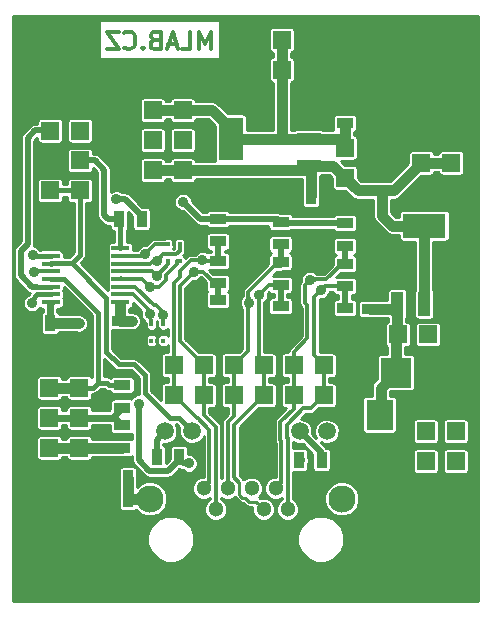
<source format=gbr>
G04 #@! TF.FileFunction,Copper,L2,Bot,Signal*
%FSLAX46Y46*%
G04 Gerber Fmt 4.6, Leading zero omitted, Abs format (unit mm)*
G04 Created by KiCad (PCBNEW 4.0.2+e4-6225~38~ubuntu15.10.1-stable) date Út 31. květen 2016, 18:30:28 CEST*
%MOMM*%
G01*
G04 APERTURE LIST*
%ADD10C,0.300000*%
%ADD11C,2.300000*%
%ADD12C,1.300000*%
%ADD13C,1.500000*%
%ADD14R,1.524000X1.524000*%
%ADD15R,1.397000X0.889000*%
%ADD16R,0.889000X1.397000*%
%ADD17C,6.000000*%
%ADD18R,3.657600X2.032000*%
%ADD19R,1.016000X2.032000*%
%ADD20R,2.032000X3.657600*%
%ADD21R,2.032000X1.016000*%
%ADD22R,1.500000X0.450000*%
%ADD23R,2.550160X2.499360*%
%ADD24R,0.299720X0.449580*%
%ADD25R,2.301240X2.499360*%
%ADD26C,0.890000*%
%ADD27C,0.400000*%
%ADD28C,0.900000*%
%ADD29C,0.500000*%
%ADD30C,0.250000*%
%ADD31C,0.600000*%
%ADD32C,0.254000*%
G04 APERTURE END LIST*
D10*
X17338928Y47327429D02*
X17338928Y48827429D01*
X16838928Y47756000D01*
X16338928Y48827429D01*
X16338928Y47327429D01*
X14910356Y47327429D02*
X15624642Y47327429D01*
X15624642Y48827429D01*
X14481785Y47756000D02*
X13767499Y47756000D01*
X14624642Y47327429D02*
X14124642Y48827429D01*
X13624642Y47327429D01*
X12624642Y48113143D02*
X12410356Y48041714D01*
X12338928Y47970286D01*
X12267499Y47827429D01*
X12267499Y47613143D01*
X12338928Y47470286D01*
X12410356Y47398857D01*
X12553214Y47327429D01*
X13124642Y47327429D01*
X13124642Y48827429D01*
X12624642Y48827429D01*
X12481785Y48756000D01*
X12410356Y48684571D01*
X12338928Y48541714D01*
X12338928Y48398857D01*
X12410356Y48256000D01*
X12481785Y48184571D01*
X12624642Y48113143D01*
X13124642Y48113143D01*
X11624642Y47470286D02*
X11553214Y47398857D01*
X11624642Y47327429D01*
X11696071Y47398857D01*
X11624642Y47470286D01*
X11624642Y47327429D01*
X10053213Y47470286D02*
X10124642Y47398857D01*
X10338928Y47327429D01*
X10481785Y47327429D01*
X10696070Y47398857D01*
X10838928Y47541714D01*
X10910356Y47684571D01*
X10981785Y47970286D01*
X10981785Y48184571D01*
X10910356Y48470286D01*
X10838928Y48613143D01*
X10696070Y48756000D01*
X10481785Y48827429D01*
X10338928Y48827429D01*
X10124642Y48756000D01*
X10053213Y48684571D01*
X9553213Y48827429D02*
X8553213Y48827429D01*
X9553213Y47327429D01*
X8553213Y47327429D01*
D11*
X28450000Y9272000D03*
X12190000Y9272000D03*
D12*
X17780000Y8382000D03*
X19810000Y8382000D03*
X21840000Y8382000D03*
X23870000Y8382000D03*
X16760000Y10162000D03*
X18790000Y10162000D03*
X20820000Y10162000D03*
X22850000Y10162000D03*
D13*
X27180000Y14982000D03*
X24890000Y14982000D03*
X15750000Y14982000D03*
X13460000Y14982000D03*
D14*
X35560000Y17526000D03*
X38100000Y17526000D03*
X35560000Y14986000D03*
X38100000Y14986000D03*
X35560000Y12446000D03*
X38100000Y12446000D03*
X35560000Y9906000D03*
X38100000Y9906000D03*
D15*
X30861000Y25336500D03*
X30861000Y23431500D03*
X31877000Y35369500D03*
X31877000Y37274500D03*
D16*
X25844500Y34925000D03*
X23939500Y34925000D03*
D15*
X28702000Y41084500D03*
X28702000Y42989500D03*
D16*
X3746500Y24130000D03*
X1841500Y24130000D03*
D14*
X14224000Y18034000D03*
X14224000Y20574000D03*
X16764000Y18034000D03*
X16764000Y20574000D03*
X19304000Y18034000D03*
X19304000Y20574000D03*
X21844000Y18034000D03*
X21844000Y20574000D03*
X24384000Y18034000D03*
X24384000Y20574000D03*
X26924000Y18034000D03*
X26924000Y20574000D03*
X35179000Y40259000D03*
X37719000Y40259000D03*
X35179000Y37719000D03*
X37719000Y37719000D03*
X35179000Y35179000D03*
X37719000Y35179000D03*
X28702000Y38989000D03*
X28702000Y36449000D03*
X14986000Y37084000D03*
X14986000Y39624000D03*
X14986000Y42164000D03*
X20828000Y45593000D03*
X20828000Y48133000D03*
X23368000Y45593000D03*
X23368000Y48133000D03*
X25908000Y45593000D03*
X25908000Y48133000D03*
X3746500Y37909500D03*
X6286500Y37909500D03*
X6223000Y21209000D03*
X3683000Y21209000D03*
X6223000Y13589000D03*
X3683000Y13589000D03*
X6223000Y16129000D03*
X3683000Y16129000D03*
X6223000Y18669000D03*
X3683000Y18669000D03*
X6223000Y11049000D03*
X3683000Y11049000D03*
D17*
X5080000Y45720000D03*
X35560000Y5080000D03*
X5080000Y5080000D03*
X35560000Y45720000D03*
D16*
X24828500Y12573000D03*
X26733500Y12573000D03*
X14668500Y12827000D03*
X12763500Y12827000D03*
D15*
X17957800Y32956500D03*
X17957800Y31051500D03*
X17945100Y29413200D03*
X17945100Y27508200D03*
X17970500Y26098500D03*
X17970500Y24193500D03*
X23266400Y32727900D03*
X23266400Y30822900D03*
X23266400Y29298900D03*
X23266400Y27393900D03*
X23266400Y25565100D03*
X23266400Y23660100D03*
X28702000Y32600900D03*
X28702000Y30695900D03*
X28702000Y29171900D03*
X28702000Y27266900D03*
X28702000Y25438100D03*
X28702000Y23533100D03*
D16*
X9588500Y32956500D03*
X11493500Y32956500D03*
D15*
X9875520Y16987520D03*
X9875520Y18892520D03*
D18*
X35433000Y32385000D03*
D19*
X35433000Y25781000D03*
X33147000Y25781000D03*
X37719000Y25781000D03*
D20*
X19050000Y39751000D03*
D21*
X25654000Y39751000D03*
X25654000Y37465000D03*
X25654000Y42037000D03*
D22*
X3806400Y25919000D03*
X3806400Y26569000D03*
X3806400Y27219000D03*
X3806400Y27869000D03*
X3806400Y28519000D03*
X3806400Y29169000D03*
X3806400Y29819000D03*
X3806400Y30469000D03*
X9706400Y30469000D03*
X9706400Y29819000D03*
X9706400Y29169000D03*
X9706400Y28519000D03*
X9706400Y27869000D03*
X9706400Y27219000D03*
X9706400Y26569000D03*
X9706400Y25919000D03*
D23*
X38084760Y19939000D03*
X33035240Y19939000D03*
D15*
X9652000Y24320500D03*
X9652000Y22415500D03*
D24*
X13327380Y22666960D03*
X12326620Y22666960D03*
X13327380Y24069040D03*
X12827000Y22666960D03*
X12326620Y24069040D03*
X13723620Y30800040D03*
X14724380Y30800040D03*
X13723620Y29397960D03*
X14224000Y30800040D03*
X14724380Y29397960D03*
D14*
X12446000Y37084000D03*
X12446000Y39624000D03*
X12446000Y42164000D03*
X33210500Y23177500D03*
X35750500Y23177500D03*
D15*
X9842500Y15494000D03*
X9842500Y13589000D03*
D14*
X6286500Y35369500D03*
X3746500Y35369500D03*
D16*
X10350500Y9271000D03*
X8445500Y9271000D03*
X8445500Y10985500D03*
X10350500Y10985500D03*
D14*
X6299200Y40436800D03*
X3759200Y40436800D03*
D25*
X31648400Y12075160D03*
X31648400Y16372840D03*
D26*
X23114000Y21844000D03*
X23114000Y22733000D03*
X12446000Y21463000D03*
X12700000Y20193000D03*
X16764000Y22034500D03*
X18478500Y22034500D03*
X12700000Y18796000D03*
X24892000Y12509500D03*
X15494000Y12255500D03*
X10673078Y24302720D03*
X11272520Y17332960D03*
X15013002Y34417000D03*
X6212840Y24109681D03*
X9372600Y34625278D03*
X2413000Y28448000D03*
X16637000Y29464000D03*
X11811000Y29972000D03*
X15924765Y28507789D03*
X12775132Y29436956D03*
X21443851Y26542524D03*
X12770702Y28160372D03*
X12192000Y27178000D03*
X20569627Y25875237D03*
X25776627Y27817373D03*
X13322300Y24866600D03*
X26670000Y26924000D03*
X12192000Y24892000D03*
X2225040Y25852120D03*
X2286000Y29870400D03*
D27*
X23266400Y23660100D02*
X22885400Y22961600D01*
X22885400Y22961600D02*
X23114000Y22733000D01*
D10*
X12306300Y21602700D02*
X12446000Y21463000D01*
X9652000Y22415500D02*
X12306300Y21602700D01*
X12946380Y19946620D02*
X12700000Y20193000D01*
X12700000Y18796000D02*
X12946380Y19946620D01*
X23266400Y23660100D02*
X23266400Y23456900D01*
X23266400Y23456900D02*
X22686566Y21854301D01*
X17970500Y24193500D02*
X17970500Y22542500D01*
X17970500Y22542500D02*
X18478500Y22034500D01*
D28*
X31877000Y35369500D02*
X31877000Y33212200D01*
X31877000Y33212200D02*
X32704200Y32385000D01*
X32704200Y32385000D02*
X35433000Y32385000D01*
X35433000Y25781000D02*
X35433000Y32385000D01*
X14986000Y37084000D02*
X25273000Y37084000D01*
X25273000Y37084000D02*
X25654000Y37465000D01*
X12446000Y37084000D02*
X14986000Y37084000D01*
X32829500Y35369500D02*
X31877000Y35369500D01*
X35179000Y37719000D02*
X32829500Y35369500D01*
X29781500Y35369500D02*
X28702000Y36449000D01*
X31877000Y35369500D02*
X29781500Y35369500D01*
X27686000Y37465000D02*
X28702000Y36449000D01*
X25654000Y37465000D02*
X27686000Y37465000D01*
X25844500Y37274500D02*
X25654000Y37465000D01*
X25844500Y34925000D02*
X25844500Y37274500D01*
X35179000Y37719000D02*
X37719000Y37719000D01*
X25654000Y39751000D02*
X23368000Y39751000D01*
X23368000Y39751000D02*
X19050000Y39751000D01*
X23368000Y45593000D02*
X23368000Y43931000D01*
X23368000Y43931000D02*
X23368000Y39751000D01*
X19050000Y40576500D02*
X17462500Y42164000D01*
X17462500Y42164000D02*
X14986000Y42164000D01*
X19050000Y39751000D02*
X19050000Y40576500D01*
X25654000Y39751000D02*
X28687783Y39751000D01*
X28687783Y39751000D02*
X28702000Y39765217D01*
X28702000Y39765217D02*
X28702000Y38989000D01*
X28702000Y41084500D02*
X28702000Y39765217D01*
X23368000Y48133000D02*
X23368000Y45593000D01*
X12446000Y42164000D02*
X14986000Y42164000D01*
D29*
X24828500Y12573000D02*
X24892000Y12509500D01*
X14986000Y12255500D02*
X15069736Y12255500D01*
X14668500Y12573000D02*
X14986000Y12255500D01*
X15069736Y12255500D02*
X15494000Y12255500D01*
X14668500Y12827000D02*
X14668500Y12573000D01*
D28*
X9652000Y24320500D02*
X9669780Y24302720D01*
X10248814Y24302720D02*
X10673078Y24302720D01*
X9669780Y24302720D02*
X10248814Y24302720D01*
D29*
X11272520Y16908696D02*
X11272520Y17332960D01*
X11272520Y12524656D02*
X11272520Y16908696D01*
X13724000Y11628500D02*
X12168676Y11628500D01*
X14668500Y12573000D02*
X13724000Y11628500D01*
X12168676Y11628500D02*
X11272520Y12524656D01*
D30*
X9706400Y25919000D02*
X9706400Y24374900D01*
X9706400Y24374900D02*
X9652000Y24320500D01*
D29*
X28702000Y32600900D02*
X23393400Y32600900D01*
X23393400Y32600900D02*
X23266400Y32727900D01*
X17957800Y32956500D02*
X23037800Y32956500D01*
X23037800Y32956500D02*
X23266400Y32727900D01*
X17957800Y32956500D02*
X16473502Y32956500D01*
X16473502Y32956500D02*
X15013002Y34417000D01*
D28*
X9652000Y24320500D02*
X9652000Y25665000D01*
X9652000Y25665000D02*
X9680999Y25693999D01*
X9680999Y25693999D02*
X9706400Y25693999D01*
X6192521Y24130000D02*
X6212840Y24109681D01*
X3746500Y24130000D02*
X6192521Y24130000D01*
D29*
X9796864Y34625278D02*
X9372600Y34625278D01*
X10078722Y34625278D02*
X9796864Y34625278D01*
X11493500Y33210500D02*
X10078722Y34625278D01*
X11493500Y32956500D02*
X11493500Y33210500D01*
D31*
X8702040Y16129000D02*
X9017000Y16129000D01*
X6223000Y16129000D02*
X8702040Y16129000D01*
X8702040Y16129000D02*
X9207500Y16129000D01*
X9207500Y16129000D02*
X9842500Y15494000D01*
X9017000Y16129000D02*
X9875520Y16987520D01*
X3746500Y24130000D02*
X3746500Y25784099D01*
X3746500Y25784099D02*
X3806400Y25843999D01*
X3873500Y24257000D02*
X3746500Y24130000D01*
X6223000Y16129000D02*
X3683000Y16129000D01*
D29*
X12763500Y12827000D02*
X12763500Y14285500D01*
X12763500Y14285500D02*
X13460000Y14982000D01*
D27*
X6286500Y35369500D02*
X3746500Y35369500D01*
X5594714Y29223288D02*
X6286500Y29915074D01*
X6286500Y29915074D02*
X6286500Y35369500D01*
X13925783Y16088215D02*
X14643785Y16088215D01*
X5594714Y29223288D02*
X8509000Y26309002D01*
X8509000Y26309002D02*
X8509000Y21695498D01*
X11811000Y18202998D02*
X13925783Y16088215D01*
X4876401Y29193999D02*
X4905690Y29223288D01*
X8509000Y21695498D02*
X9547997Y20656501D01*
X15000001Y15731999D02*
X15750000Y14982000D01*
X14643785Y16088215D02*
X15000001Y15731999D01*
X11811000Y19706502D02*
X11811000Y18202998D01*
X9547997Y20656501D02*
X10861001Y20656501D01*
X4905690Y29223288D02*
X5594714Y29223288D01*
X3831399Y29193999D02*
X4876401Y29193999D01*
X3806400Y29169000D02*
X3831399Y29193999D01*
X10861001Y20656501D02*
X11811000Y19706502D01*
D29*
X26733500Y12573000D02*
X26733500Y13138500D01*
X26733500Y13138500D02*
X24890000Y14982000D01*
D10*
X3806400Y28519000D02*
X2484000Y28519000D01*
X2484000Y28519000D02*
X2413000Y28448000D01*
X16637000Y29464000D02*
X15704374Y29464000D01*
X15704374Y29464000D02*
X14776870Y28536496D01*
X14776870Y28536496D02*
X14776870Y28067000D01*
X14776870Y28067000D02*
X14224000Y27514130D01*
X14224000Y27514130D02*
X14224000Y20574000D01*
X17945100Y29413200D02*
X16687800Y29413200D01*
X16687800Y29413200D02*
X16637000Y29464000D01*
X11811000Y29972000D02*
X12639040Y30800040D01*
X12639040Y30800040D02*
X13723620Y30800040D01*
X9706400Y29819000D02*
X11658000Y29819000D01*
X11658000Y29819000D02*
X11811000Y29972000D01*
X13013917Y30800040D02*
X13223620Y30800040D01*
X13223620Y30800040D02*
X13723620Y30800040D01*
X17945100Y29413200D02*
X17691100Y29413200D01*
X17691100Y29413200D02*
X17621654Y29343754D01*
X14224000Y18034000D02*
X14224000Y20574000D01*
X18199100Y29413200D02*
X17945100Y29413200D01*
X16760000Y10162000D02*
X17230001Y10632001D01*
X16175999Y16082001D02*
X14224000Y18034000D01*
X17230001Y10632001D02*
X17230001Y15130001D01*
X17230001Y15130001D02*
X16278001Y16082001D01*
X16278001Y16082001D02*
X16175999Y16082001D01*
D29*
X17945100Y29413200D02*
X17945100Y31038800D01*
X17945100Y31038800D02*
X17957800Y31051500D01*
D10*
X16764000Y20574000D02*
X14724010Y22613990D01*
X14724010Y22613990D02*
X14724010Y27307020D01*
X14724010Y27307020D02*
X15479766Y28062776D01*
X15479766Y28062790D02*
X15924765Y28507789D01*
X15479766Y28062776D02*
X15479766Y28062790D01*
X17691100Y27508200D02*
X16691511Y28507789D01*
X16691511Y28507789D02*
X15924765Y28507789D01*
X17945100Y27508200D02*
X17691100Y27508200D01*
X14724380Y30800040D02*
X14724380Y30275250D01*
X13310927Y29972751D02*
X13220131Y29881955D01*
X14724380Y30275250D02*
X14421881Y29972751D01*
X14421881Y29972751D02*
X13310927Y29972751D01*
X13220131Y29881955D02*
X12775132Y29436956D01*
X9706400Y29169000D02*
X12184602Y29169000D01*
X12184602Y29169000D02*
X12452558Y29436956D01*
X12452558Y29436956D02*
X12775132Y29436956D01*
D29*
X17970500Y26098500D02*
X17970500Y27482800D01*
D10*
X17691100Y27508200D02*
X17602198Y27508200D01*
X16764000Y20574000D02*
X16108401Y21229599D01*
X16764000Y18034000D02*
X16764000Y20574000D01*
X18199100Y27508200D02*
X17945100Y27508200D01*
D29*
X17970500Y27482800D02*
X17945100Y27508200D01*
D10*
X17780000Y15357806D02*
X16764000Y16373806D01*
X16764000Y16373806D02*
X16764000Y18034000D01*
X17780000Y8382000D02*
X17780000Y15357806D01*
D29*
X17957800Y27495500D02*
X17945100Y27508200D01*
D10*
X9706400Y28519000D02*
X12412074Y28519000D01*
X12412074Y28519000D02*
X12770702Y28160372D01*
X13723620Y29397960D02*
X13723620Y29113304D01*
X13723620Y29113304D02*
X12770702Y28160386D01*
X12770702Y28160386D02*
X12770702Y28160372D01*
X21844000Y20574000D02*
X21399500Y21018500D01*
X21399500Y21018500D02*
X21399500Y26498173D01*
X21399500Y26498173D02*
X21443851Y26542524D01*
X23266400Y27393900D02*
X22250400Y27393900D01*
X22250400Y27393900D02*
X21399024Y26542524D01*
X21399024Y26542524D02*
X21443851Y26542524D01*
X23266400Y27393900D02*
X22961600Y27393900D01*
D29*
X23266400Y25565100D02*
X23266400Y27393900D01*
D30*
X19790001Y10642001D02*
X19790001Y9618119D01*
X19790001Y9618119D02*
X20033581Y9374539D01*
X20033581Y9374539D02*
X20236781Y9374539D01*
X21840000Y8382000D02*
X21190001Y9031999D01*
X21190001Y9031999D02*
X20579321Y9031999D01*
X20579321Y9031999D02*
X20236781Y9374539D01*
D10*
X19339999Y11092003D02*
X19790001Y10642001D01*
X19339999Y15529999D02*
X19339999Y11092003D01*
X21844000Y18034000D02*
X21844000Y20574000D01*
X19339999Y15529999D02*
X19692908Y15882908D01*
X19692908Y15882908D02*
X21844000Y18034000D01*
X11520582Y27869000D02*
X11520582Y27849418D01*
X11520582Y27849418D02*
X12192000Y27178000D01*
X14724380Y29397960D02*
X14474000Y29397960D01*
X14474000Y29397960D02*
X14474000Y29156564D01*
X14474000Y29156564D02*
X13565703Y28248267D01*
X13565703Y28248267D02*
X13565703Y27778771D01*
X13565703Y27778771D02*
X12964932Y27178000D01*
X12964932Y27178000D02*
X12192000Y27178000D01*
X9706400Y27869000D02*
X11520582Y27869000D01*
X19304000Y20574000D02*
X20510500Y21780500D01*
X20510500Y21780500D02*
X20510500Y25816110D01*
X20510500Y25816110D02*
X20569627Y25875237D01*
X20569627Y25875237D02*
X20569627Y26240127D01*
X20569627Y26240127D02*
X20545372Y26264382D01*
X20545372Y26264382D02*
X20545372Y26768372D01*
X20545372Y26768372D02*
X22733000Y28956000D01*
X22733000Y28956000D02*
X23266400Y28956000D01*
X23266400Y28956000D02*
X23266400Y29298900D01*
X23266400Y29298900D02*
X23012400Y29298900D01*
X19304000Y18034000D02*
X19304000Y20574000D01*
X18790000Y15757817D02*
X19304000Y16271817D01*
X18790000Y10162000D02*
X18790000Y15757817D01*
X19304000Y16271817D02*
X19304000Y18034000D01*
X9706400Y27869000D02*
X9781399Y27943999D01*
D29*
X23266400Y29298900D02*
X23266400Y30822900D01*
D10*
X25527000Y22860000D02*
X25527000Y25654000D01*
X25527000Y25654000D02*
X25331628Y25849372D01*
X25331628Y25849372D02*
X25331628Y27372374D01*
X25331628Y27372374D02*
X25776627Y27817373D01*
X25776627Y27817373D02*
X26141517Y27817373D01*
X26141517Y27817373D02*
X26165772Y27841628D01*
X26165772Y27841628D02*
X27117728Y27841628D01*
X27117728Y27841628D02*
X28448000Y29171900D01*
X28448000Y29171900D02*
X28702000Y29171900D01*
X13322300Y24866600D02*
X13322300Y25042442D01*
X13322300Y25042442D02*
X12703141Y25661601D01*
X12703141Y25661601D02*
X12527313Y25661601D01*
X13327380Y24069040D02*
X13327380Y24861520D01*
X13327380Y24861520D02*
X13322300Y24866600D01*
X9706400Y27219000D02*
X10969914Y27219000D01*
X10969914Y27219000D02*
X12527313Y25661601D01*
X24384000Y20574000D02*
X24384000Y21717000D01*
X24384000Y21717000D02*
X25527000Y22860000D01*
X24384000Y18034000D02*
X24384000Y16898908D01*
X23320001Y15834909D02*
X23320001Y15817807D01*
X24384000Y16898908D02*
X23320001Y15834909D01*
X23240009Y14226185D02*
X23320001Y14146193D01*
X23320001Y10632001D02*
X22850000Y10162000D01*
X23320001Y15817807D02*
X23240008Y15737814D01*
X23240008Y15737814D02*
X23240009Y14226185D01*
X23320001Y14146193D02*
X23320001Y10632001D01*
X24384000Y20574000D02*
X24384000Y20637500D01*
X28473400Y29171900D02*
X28702000Y29171900D01*
X24384000Y18034000D02*
X24384000Y20574000D01*
X22852380Y10159620D02*
X22850000Y10162000D01*
D29*
X28702000Y29171900D02*
X28702000Y30695900D01*
D10*
X9706400Y26569000D02*
X10756400Y26569000D01*
X10756400Y26569000D02*
X12192000Y25133400D01*
X12192000Y25133400D02*
X12192000Y24892000D01*
X26924000Y20574000D02*
X26098500Y21399500D01*
X26098500Y21399500D02*
X26098500Y26352500D01*
X26098500Y26352500D02*
X26670000Y26924000D01*
X28702000Y27266900D02*
X27012900Y27266900D01*
X27012900Y27266900D02*
X26670000Y26924000D01*
X12326620Y24069040D02*
X12197080Y24886920D01*
X12197080Y24886920D02*
X12192000Y24892000D01*
X26924000Y18034000D02*
X25811999Y16921999D01*
X23789999Y14453999D02*
X23870000Y14373998D01*
X25811999Y16921999D02*
X25184907Y16921999D01*
X25184907Y16921999D02*
X23870000Y15607092D01*
X23870000Y15607092D02*
X23870000Y15590002D01*
X23870000Y15590002D02*
X23789999Y15510001D01*
X23789999Y15510001D02*
X23789999Y14453999D01*
X23870000Y14373998D02*
X23870000Y10632000D01*
X23870000Y10632000D02*
X23870000Y8382000D01*
X26924000Y20574000D02*
X26924000Y20637500D01*
X28486100Y27266900D02*
X28702000Y27266900D01*
X26924000Y18034000D02*
X26924000Y20574000D01*
D29*
X28702000Y25438100D02*
X28702000Y27266900D01*
X8318500Y33274000D02*
X8318500Y37139500D01*
X8318500Y37139500D02*
X7548500Y37909500D01*
X7548500Y37909500D02*
X6286500Y37909500D01*
X8326500Y33274000D02*
X8318500Y33274000D01*
X9588500Y32956500D02*
X8644000Y32956500D01*
X8644000Y32956500D02*
X8326500Y33274000D01*
D27*
X9706400Y30469000D02*
X9706400Y32838600D01*
X9706400Y32838600D02*
X9588500Y32956500D01*
X2225040Y26137640D02*
X2225040Y25852120D01*
X2656400Y26569000D02*
X2225040Y26137640D01*
X3806400Y26569000D02*
X2656400Y26569000D01*
D28*
X9842500Y13589000D02*
X6223000Y13589000D01*
X6223000Y13589000D02*
X3683000Y13589000D01*
D27*
X7814690Y19098690D02*
X7810500Y19094500D01*
X7814690Y25010710D02*
X7814690Y19098690D01*
X4956400Y27869000D02*
X7814690Y25010710D01*
X3806400Y27869000D02*
X4956400Y27869000D01*
X9875520Y18892520D02*
X8777020Y18892520D01*
X8777020Y18892520D02*
X8575040Y19094500D01*
X8575040Y19094500D02*
X7810500Y19094500D01*
X6223000Y18669000D02*
X7385000Y18669000D01*
X7385000Y18669000D02*
X7810500Y19094500D01*
D28*
X6223000Y18669000D02*
X3683000Y18669000D01*
D29*
X2230406Y27219000D02*
X1270000Y28179406D01*
X1850959Y39815959D02*
X1850959Y30861000D01*
X1270000Y28179406D02*
X1270000Y30280041D01*
X1270000Y30280041D02*
X1850959Y30861000D01*
X2304406Y27219000D02*
X2230406Y27219000D01*
D27*
X3806400Y27219000D02*
X2304406Y27219000D01*
X2304406Y27219000D02*
X1270000Y28253406D01*
D29*
X3746500Y40449500D02*
X2484500Y40449500D01*
X2484500Y40449500D02*
X1850959Y39815959D01*
X2367965Y27219010D02*
X2671388Y27219010D01*
D27*
X3806400Y27219000D02*
X2671398Y27219000D01*
X2671398Y27219000D02*
X2671388Y27219010D01*
D28*
X31750000Y16545560D02*
X31750000Y18653760D01*
X31750000Y18653760D02*
X33035240Y19939000D01*
X32702500Y25336500D02*
X33147000Y25781000D01*
X30861000Y25336500D02*
X32702500Y25336500D01*
X33035240Y23002240D02*
X33210500Y23177500D01*
X33035240Y19939000D02*
X33035240Y23002240D01*
X33147000Y23241000D02*
X33210500Y23177500D01*
X33147000Y25781000D02*
X33147000Y23241000D01*
X10350500Y9271000D02*
X12189000Y9271000D01*
X12189000Y9271000D02*
X12190000Y9272000D01*
X10350500Y10985500D02*
X10350500Y9271000D01*
D27*
X3806400Y29819000D02*
X2337400Y29819000D01*
X2337400Y29819000D02*
X2286000Y29870400D01*
D32*
G36*
X40009000Y631000D02*
X631000Y631000D01*
X631000Y5450476D01*
X11992657Y5450476D01*
X12293003Y4723582D01*
X12848657Y4166958D01*
X13575025Y3865344D01*
X14361524Y3864657D01*
X15088418Y4165003D01*
X15645042Y4720657D01*
X15946656Y5447025D01*
X15946659Y5450476D01*
X24692657Y5450476D01*
X24993003Y4723582D01*
X25548657Y4166958D01*
X26275025Y3865344D01*
X27061524Y3864657D01*
X27788418Y4165003D01*
X28345042Y4720657D01*
X28646656Y5447025D01*
X28647343Y6233524D01*
X28346997Y6960418D01*
X27791343Y7517042D01*
X27064975Y7818656D01*
X26278476Y7819343D01*
X25551582Y7518997D01*
X24994958Y6963343D01*
X24693344Y6236975D01*
X24692657Y5450476D01*
X15946659Y5450476D01*
X15947343Y6233524D01*
X15646997Y6960418D01*
X15091343Y7517042D01*
X14364975Y7818656D01*
X13578476Y7819343D01*
X12851582Y7518997D01*
X12294958Y6963343D01*
X11993344Y6236975D01*
X11992657Y5450476D01*
X631000Y5450476D01*
X631000Y11684000D01*
X9572594Y11684000D01*
X9572594Y10287000D01*
X9573500Y10282185D01*
X9573500Y9973974D01*
X9572594Y9969500D01*
X9572594Y8572500D01*
X9595395Y8451321D01*
X9667012Y8340026D01*
X9776286Y8265362D01*
X9906000Y8239094D01*
X10795000Y8239094D01*
X10916179Y8261895D01*
X11027474Y8333512D01*
X11032514Y8340889D01*
X11352254Y8020591D01*
X11894918Y7795257D01*
X12482505Y7794744D01*
X13025560Y8019130D01*
X13441409Y8434254D01*
X13666743Y8976918D01*
X13667256Y9564505D01*
X13442870Y10107560D01*
X13027746Y10523409D01*
X12485082Y10748743D01*
X11897495Y10749256D01*
X11354440Y10524870D01*
X11128406Y10299230D01*
X11128406Y11684000D01*
X11105605Y11805179D01*
X11033988Y11916474D01*
X10924714Y11991138D01*
X10795000Y12017406D01*
X9906000Y12017406D01*
X9784821Y11994605D01*
X9673526Y11922988D01*
X9598862Y11813714D01*
X9572594Y11684000D01*
X631000Y11684000D01*
X631000Y30280041D01*
X692999Y30280041D01*
X693000Y30280036D01*
X693000Y28179411D01*
X692999Y28179406D01*
X736922Y27958598D01*
X861999Y27771405D01*
X1822403Y26811002D01*
X1822405Y26810999D01*
X2009598Y26685922D01*
X2024974Y26682864D01*
X1891873Y26549763D01*
X1788309Y26506971D01*
X1570952Y26289994D01*
X1453175Y26006354D01*
X1452907Y25699233D01*
X1570189Y25415389D01*
X1787166Y25198032D01*
X2070806Y25080255D01*
X2377927Y25079987D01*
X2661771Y25197269D01*
X2879128Y25414246D01*
X2880781Y25418227D01*
X2926686Y25386862D01*
X3056400Y25360594D01*
X3119500Y25360594D01*
X3119500Y25099646D01*
X3069526Y25067488D01*
X2994862Y24958214D01*
X2968594Y24828500D01*
X2968594Y23431500D01*
X2991395Y23310321D01*
X3063012Y23199026D01*
X3172286Y23124362D01*
X3302000Y23098094D01*
X4191000Y23098094D01*
X4312179Y23120895D01*
X4423474Y23192512D01*
X4498138Y23301786D01*
X4508509Y23353000D01*
X6022039Y23353000D01*
X6058606Y23337816D01*
X6187591Y23337703D01*
X6212840Y23332681D01*
X6237869Y23337660D01*
X6365727Y23337548D01*
X6484939Y23386805D01*
X6510184Y23391827D01*
X6531399Y23406002D01*
X6649571Y23454830D01*
X6740858Y23545957D01*
X6762262Y23560259D01*
X6776438Y23581476D01*
X6866928Y23671807D01*
X6916394Y23790936D01*
X6930694Y23812337D01*
X6935672Y23837361D01*
X6984705Y23955447D01*
X6984818Y24084432D01*
X6989840Y24109681D01*
X6984861Y24134710D01*
X6984973Y24262568D01*
X6935716Y24381779D01*
X6930694Y24407026D01*
X6916518Y24428242D01*
X6867691Y24546412D01*
X6776564Y24637699D01*
X6762262Y24659103D01*
X6741943Y24679422D01*
X6720833Y24693527D01*
X6650714Y24763769D01*
X6558243Y24802166D01*
X6489866Y24847854D01*
X6409913Y24863758D01*
X6367074Y24881546D01*
X6320281Y24881587D01*
X6192521Y24907000D01*
X4509635Y24907000D01*
X4501605Y24949679D01*
X4429988Y25060974D01*
X4373500Y25099571D01*
X4373500Y25360594D01*
X4556400Y25360594D01*
X4677579Y25383395D01*
X4788874Y25455012D01*
X4863538Y25564286D01*
X4889806Y25694000D01*
X4889806Y26144000D01*
X4870299Y26247673D01*
X4889806Y26344000D01*
X4889806Y26794000D01*
X4870299Y26897673D01*
X4889806Y26994000D01*
X4889806Y27190304D01*
X7287690Y24792419D01*
X7287690Y19564479D01*
X7223988Y19663474D01*
X7114714Y19738138D01*
X6985000Y19764406D01*
X5461000Y19764406D01*
X5339821Y19741605D01*
X5228526Y19669988D01*
X5153862Y19560714D01*
X5130632Y19446000D01*
X4775584Y19446000D01*
X4755605Y19552179D01*
X4683988Y19663474D01*
X4574714Y19738138D01*
X4445000Y19764406D01*
X2921000Y19764406D01*
X2799821Y19741605D01*
X2688526Y19669988D01*
X2613862Y19560714D01*
X2587594Y19431000D01*
X2587594Y17907000D01*
X2610395Y17785821D01*
X2682012Y17674526D01*
X2791286Y17599862D01*
X2921000Y17573594D01*
X4445000Y17573594D01*
X4566179Y17596395D01*
X4677474Y17668012D01*
X4752138Y17777286D01*
X4775368Y17892000D01*
X5130416Y17892000D01*
X5150395Y17785821D01*
X5222012Y17674526D01*
X5331286Y17599862D01*
X5461000Y17573594D01*
X6985000Y17573594D01*
X7106179Y17596395D01*
X7217474Y17668012D01*
X7292138Y17777286D01*
X7318406Y17907000D01*
X7318406Y18142000D01*
X7385000Y18142000D01*
X7586675Y18182115D01*
X7757645Y18296355D01*
X8028790Y18567500D01*
X8356750Y18567500D01*
X8404375Y18519875D01*
X8575345Y18405635D01*
X8777020Y18365520D01*
X8859137Y18365520D01*
X8866415Y18326841D01*
X8938032Y18215546D01*
X9047306Y18140882D01*
X9177020Y18114614D01*
X10574020Y18114614D01*
X10695199Y18137415D01*
X10806494Y18209032D01*
X10881158Y18318306D01*
X10907426Y18448020D01*
X10907426Y19337020D01*
X10884625Y19458199D01*
X10813008Y19569494D01*
X10703734Y19644158D01*
X10574020Y19670426D01*
X9177020Y19670426D01*
X9055841Y19647625D01*
X8944546Y19576008D01*
X8894462Y19502708D01*
X8776715Y19581385D01*
X8575040Y19621500D01*
X8341690Y19621500D01*
X8341690Y21117518D01*
X9175352Y20283855D01*
X9310747Y20193387D01*
X9346323Y20169616D01*
X9547997Y20129501D01*
X10642711Y20129501D01*
X11284000Y19488211D01*
X11284000Y18202998D01*
X11303506Y18104933D01*
X11119633Y18105093D01*
X10835789Y17987811D01*
X10618432Y17770834D01*
X10612916Y17757549D01*
X10574020Y17765426D01*
X9177020Y17765426D01*
X9055841Y17742625D01*
X8944546Y17671008D01*
X8869882Y17561734D01*
X8843614Y17432020D01*
X8843614Y16842326D01*
X8757288Y16756000D01*
X7318406Y16756000D01*
X7318406Y16891000D01*
X7295605Y17012179D01*
X7223988Y17123474D01*
X7114714Y17198138D01*
X6985000Y17224406D01*
X5461000Y17224406D01*
X5339821Y17201605D01*
X5228526Y17129988D01*
X5153862Y17020714D01*
X5127594Y16891000D01*
X5127594Y16756000D01*
X4778406Y16756000D01*
X4778406Y16891000D01*
X4755605Y17012179D01*
X4683988Y17123474D01*
X4574714Y17198138D01*
X4445000Y17224406D01*
X2921000Y17224406D01*
X2799821Y17201605D01*
X2688526Y17129988D01*
X2613862Y17020714D01*
X2587594Y16891000D01*
X2587594Y15367000D01*
X2610395Y15245821D01*
X2682012Y15134526D01*
X2791286Y15059862D01*
X2921000Y15033594D01*
X4445000Y15033594D01*
X4566179Y15056395D01*
X4677474Y15128012D01*
X4752138Y15237286D01*
X4778406Y15367000D01*
X4778406Y15502000D01*
X5127594Y15502000D01*
X5127594Y15367000D01*
X5150395Y15245821D01*
X5222012Y15134526D01*
X5331286Y15059862D01*
X5461000Y15033594D01*
X6985000Y15033594D01*
X7106179Y15056395D01*
X7217474Y15128012D01*
X7292138Y15237286D01*
X7318406Y15367000D01*
X7318406Y15502000D01*
X8810594Y15502000D01*
X8810594Y15049500D01*
X8833395Y14928321D01*
X8905012Y14817026D01*
X9014286Y14742362D01*
X9144000Y14716094D01*
X10541000Y14716094D01*
X10662179Y14738895D01*
X10695520Y14760350D01*
X10695520Y14323689D01*
X10670714Y14340638D01*
X10541000Y14366906D01*
X9144000Y14366906D01*
X9139185Y14366000D01*
X7315584Y14366000D01*
X7295605Y14472179D01*
X7223988Y14583474D01*
X7114714Y14658138D01*
X6985000Y14684406D01*
X5461000Y14684406D01*
X5339821Y14661605D01*
X5228526Y14589988D01*
X5153862Y14480714D01*
X5130632Y14366000D01*
X4775584Y14366000D01*
X4755605Y14472179D01*
X4683988Y14583474D01*
X4574714Y14658138D01*
X4445000Y14684406D01*
X2921000Y14684406D01*
X2799821Y14661605D01*
X2688526Y14589988D01*
X2613862Y14480714D01*
X2587594Y14351000D01*
X2587594Y12827000D01*
X2610395Y12705821D01*
X2682012Y12594526D01*
X2791286Y12519862D01*
X2921000Y12493594D01*
X4445000Y12493594D01*
X4566179Y12516395D01*
X4677474Y12588012D01*
X4752138Y12697286D01*
X4775368Y12812000D01*
X5130416Y12812000D01*
X5150395Y12705821D01*
X5222012Y12594526D01*
X5331286Y12519862D01*
X5461000Y12493594D01*
X6985000Y12493594D01*
X7106179Y12516395D01*
X7217474Y12588012D01*
X7292138Y12697286D01*
X7315368Y12812000D01*
X9139526Y12812000D01*
X9144000Y12811094D01*
X10541000Y12811094D01*
X10662179Y12833895D01*
X10695520Y12855350D01*
X10695520Y12524661D01*
X10695519Y12524656D01*
X10739442Y12303848D01*
X10864519Y12116655D01*
X11760675Y11220499D01*
X11947868Y11095422D01*
X12168676Y11051499D01*
X12168681Y11051500D01*
X13723995Y11051500D01*
X13724000Y11051499D01*
X13944808Y11095422D01*
X14132001Y11220499D01*
X14686502Y11775000D01*
X14718948Y11753321D01*
X14765192Y11722422D01*
X14977482Y11680193D01*
X15056126Y11601412D01*
X15339766Y11483635D01*
X15646887Y11483367D01*
X15930731Y11600649D01*
X16148088Y11817626D01*
X16265865Y12101266D01*
X16266133Y12408387D01*
X16148851Y12692231D01*
X15931874Y12909588D01*
X15648234Y13027365D01*
X15446406Y13027541D01*
X15446406Y13525500D01*
X15423605Y13646679D01*
X15351988Y13757974D01*
X15242714Y13832638D01*
X15113000Y13858906D01*
X14224000Y13858906D01*
X14102821Y13836105D01*
X13991526Y13764488D01*
X13916862Y13655214D01*
X13890594Y13525500D01*
X13890594Y12611095D01*
X13541406Y12261908D01*
X13541406Y13525500D01*
X13518605Y13646679D01*
X13446988Y13757974D01*
X13340500Y13830734D01*
X13340500Y13905103D01*
X13673289Y13904813D01*
X14069275Y14068431D01*
X14372504Y14371132D01*
X14536813Y14766832D01*
X14537187Y15195289D01*
X14385990Y15561215D01*
X14425495Y15561215D01*
X14627355Y15359354D01*
X14627358Y15359352D01*
X14707326Y15279384D01*
X14673187Y15197168D01*
X14672813Y14768711D01*
X14836431Y14372725D01*
X15139132Y14069496D01*
X15534832Y13905187D01*
X15963289Y13904813D01*
X16359275Y14068431D01*
X16662504Y14371132D01*
X16753001Y14589073D01*
X16753001Y11139007D01*
X16566515Y11139170D01*
X16207297Y10990744D01*
X15932222Y10716149D01*
X15783170Y10357190D01*
X15782830Y9968515D01*
X15931256Y9609297D01*
X16205851Y9334222D01*
X16564810Y9185170D01*
X16953485Y9184830D01*
X17303000Y9329247D01*
X17303000Y9242024D01*
X17227297Y9210744D01*
X16952222Y8936149D01*
X16803170Y8577190D01*
X16802830Y8188515D01*
X16951256Y7829297D01*
X17225851Y7554222D01*
X17584810Y7405170D01*
X17973485Y7404830D01*
X18332703Y7553256D01*
X18607778Y7827851D01*
X18756830Y8186810D01*
X18757170Y8575485D01*
X18608744Y8934703D01*
X18334149Y9209778D01*
X18257000Y9241813D01*
X18257000Y9325440D01*
X18594810Y9185170D01*
X18983485Y9184830D01*
X19342703Y9333256D01*
X19405370Y9395814D01*
X19470389Y9298507D01*
X19713969Y9054927D01*
X19860608Y8956945D01*
X20033581Y8922539D01*
X20049557Y8922539D01*
X20259709Y8712387D01*
X20406348Y8614405D01*
X20579321Y8579999D01*
X20864336Y8579999D01*
X20863170Y8577190D01*
X20862830Y8188515D01*
X21011256Y7829297D01*
X21285851Y7554222D01*
X21644810Y7405170D01*
X22033485Y7404830D01*
X22392703Y7553256D01*
X22667778Y7827851D01*
X22816830Y8186810D01*
X22817170Y8575485D01*
X22668744Y8934703D01*
X22394149Y9209778D01*
X22035190Y9358830D01*
X21646515Y9359170D01*
X21544292Y9316932D01*
X21509613Y9351611D01*
X21438614Y9399052D01*
X21647778Y9607851D01*
X21796830Y9966810D01*
X21796831Y9968515D01*
X21872830Y9968515D01*
X22021256Y9609297D01*
X22295851Y9334222D01*
X22654810Y9185170D01*
X23043485Y9184830D01*
X23393000Y9329247D01*
X23393000Y9242024D01*
X23317297Y9210744D01*
X23042222Y8936149D01*
X22893170Y8577190D01*
X22892830Y8188515D01*
X23041256Y7829297D01*
X23315851Y7554222D01*
X23674810Y7405170D01*
X24063485Y7404830D01*
X24422703Y7553256D01*
X24697778Y7827851D01*
X24846830Y8186810D01*
X24847170Y8575485D01*
X24698744Y8934703D01*
X24654031Y8979495D01*
X26972744Y8979495D01*
X27197130Y8436440D01*
X27612254Y8020591D01*
X28154918Y7795257D01*
X28742505Y7794744D01*
X29285560Y8019130D01*
X29701409Y8434254D01*
X29926743Y8976918D01*
X29927256Y9564505D01*
X29702870Y10107560D01*
X29287746Y10523409D01*
X28745082Y10748743D01*
X28157495Y10749256D01*
X27614440Y10524870D01*
X27198591Y10109746D01*
X26973257Y9567082D01*
X26972744Y8979495D01*
X24654031Y8979495D01*
X24424149Y9209778D01*
X24347000Y9241813D01*
X24347000Y11548587D01*
X24384000Y11541094D01*
X25273000Y11541094D01*
X25394179Y11563895D01*
X25505474Y11635512D01*
X25580138Y11744786D01*
X25606406Y11874500D01*
X25606406Y12216889D01*
X25663865Y12355266D01*
X25664133Y12662387D01*
X25606406Y12802097D01*
X25606406Y13271500D01*
X25583605Y13392679D01*
X25511988Y13503974D01*
X25402714Y13578638D01*
X25273000Y13604906D01*
X24384000Y13604906D01*
X24347000Y13597944D01*
X24347000Y14041315D01*
X24674832Y13905187D01*
X25103289Y13904813D01*
X25137181Y13918817D01*
X25955594Y13100405D01*
X25955594Y11874500D01*
X25978395Y11753321D01*
X26050012Y11642026D01*
X26159286Y11567362D01*
X26289000Y11541094D01*
X27178000Y11541094D01*
X27299179Y11563895D01*
X27410474Y11635512D01*
X27485138Y11744786D01*
X27511406Y11874500D01*
X27511406Y13208000D01*
X34464594Y13208000D01*
X34464594Y11684000D01*
X34487395Y11562821D01*
X34559012Y11451526D01*
X34668286Y11376862D01*
X34798000Y11350594D01*
X36322000Y11350594D01*
X36443179Y11373395D01*
X36554474Y11445012D01*
X36629138Y11554286D01*
X36655406Y11684000D01*
X36655406Y13208000D01*
X37004594Y13208000D01*
X37004594Y11684000D01*
X37027395Y11562821D01*
X37099012Y11451526D01*
X37208286Y11376862D01*
X37338000Y11350594D01*
X38862000Y11350594D01*
X38983179Y11373395D01*
X39094474Y11445012D01*
X39169138Y11554286D01*
X39195406Y11684000D01*
X39195406Y13208000D01*
X39172605Y13329179D01*
X39100988Y13440474D01*
X38991714Y13515138D01*
X38862000Y13541406D01*
X37338000Y13541406D01*
X37216821Y13518605D01*
X37105526Y13446988D01*
X37030862Y13337714D01*
X37004594Y13208000D01*
X36655406Y13208000D01*
X36632605Y13329179D01*
X36560988Y13440474D01*
X36451714Y13515138D01*
X36322000Y13541406D01*
X34798000Y13541406D01*
X34676821Y13518605D01*
X34565526Y13446988D01*
X34490862Y13337714D01*
X34464594Y13208000D01*
X27511406Y13208000D01*
X27511406Y13271500D01*
X27488605Y13392679D01*
X27416988Y13503974D01*
X27307714Y13578638D01*
X27178000Y13604906D01*
X27083095Y13604906D01*
X26653565Y14034436D01*
X26964832Y13905187D01*
X27393289Y13904813D01*
X27789275Y14068431D01*
X28092504Y14371132D01*
X28256813Y14766832D01*
X28257187Y15195289D01*
X28093569Y15591275D01*
X27790868Y15894504D01*
X27395168Y16058813D01*
X26966711Y16059187D01*
X26570725Y15895569D01*
X26267496Y15592868D01*
X26103187Y15197168D01*
X26102813Y14768711D01*
X26232037Y14455964D01*
X25953421Y14734581D01*
X25966813Y14766832D01*
X25967187Y15195289D01*
X25803569Y15591275D01*
X25500868Y15894504D01*
X25105168Y16058813D01*
X24996396Y16058908D01*
X25382487Y16444999D01*
X25811999Y16444999D01*
X25994539Y16481308D01*
X26149289Y16584709D01*
X26503174Y16938594D01*
X27686000Y16938594D01*
X27807179Y16961395D01*
X27918474Y17033012D01*
X27993138Y17142286D01*
X28019406Y17272000D01*
X28019406Y18796000D01*
X27996605Y18917179D01*
X27924988Y19028474D01*
X27815714Y19103138D01*
X27686000Y19129406D01*
X27401000Y19129406D01*
X27401000Y19478594D01*
X27686000Y19478594D01*
X27807179Y19501395D01*
X27918474Y19573012D01*
X27993138Y19682286D01*
X28019406Y19812000D01*
X28019406Y21336000D01*
X27996605Y21457179D01*
X27924988Y21568474D01*
X27815714Y21643138D01*
X27686000Y21669406D01*
X26575500Y21669406D01*
X26575500Y26152083D01*
X26822887Y26151867D01*
X27106731Y26269149D01*
X27324088Y26486126D01*
X27441865Y26769766D01*
X27441883Y26789900D01*
X27676209Y26789900D01*
X27692895Y26701221D01*
X27764512Y26589926D01*
X27873786Y26515262D01*
X28003500Y26488994D01*
X28125000Y26488994D01*
X28125000Y26216006D01*
X28003500Y26216006D01*
X27882321Y26193205D01*
X27771026Y26121588D01*
X27696362Y26012314D01*
X27670094Y25882600D01*
X27670094Y24993600D01*
X27692895Y24872421D01*
X27764512Y24761126D01*
X27873786Y24686462D01*
X28003500Y24660194D01*
X29400500Y24660194D01*
X29521679Y24682995D01*
X29632974Y24754612D01*
X29707638Y24863886D01*
X29733906Y24993600D01*
X29733906Y25781000D01*
X29829094Y25781000D01*
X29829094Y24892000D01*
X29851895Y24770821D01*
X29923512Y24659526D01*
X30032786Y24584862D01*
X30162500Y24558594D01*
X31559500Y24558594D01*
X31564315Y24559500D01*
X32370000Y24559500D01*
X32370000Y24258135D01*
X32327321Y24250105D01*
X32216026Y24178488D01*
X32141362Y24069214D01*
X32115094Y23939500D01*
X32115094Y22415500D01*
X32137895Y22294321D01*
X32209512Y22183026D01*
X32258240Y22149731D01*
X32258240Y21522086D01*
X31760160Y21522086D01*
X31638981Y21499285D01*
X31527686Y21427668D01*
X31453022Y21318394D01*
X31426754Y21188680D01*
X31426754Y19429358D01*
X31200578Y19203182D01*
X31032146Y18951105D01*
X30973000Y18653760D01*
X30973000Y17955926D01*
X30497780Y17955926D01*
X30376601Y17933125D01*
X30265306Y17861508D01*
X30190642Y17752234D01*
X30164374Y17622520D01*
X30164374Y15123160D01*
X30187175Y15001981D01*
X30258792Y14890686D01*
X30368066Y14816022D01*
X30497780Y14789754D01*
X32799020Y14789754D01*
X32920199Y14812555D01*
X33031494Y14884172D01*
X33106158Y14993446D01*
X33132426Y15123160D01*
X33132426Y15748000D01*
X34464594Y15748000D01*
X34464594Y14224000D01*
X34487395Y14102821D01*
X34559012Y13991526D01*
X34668286Y13916862D01*
X34798000Y13890594D01*
X36322000Y13890594D01*
X36443179Y13913395D01*
X36554474Y13985012D01*
X36629138Y14094286D01*
X36655406Y14224000D01*
X36655406Y15748000D01*
X37004594Y15748000D01*
X37004594Y14224000D01*
X37027395Y14102821D01*
X37099012Y13991526D01*
X37208286Y13916862D01*
X37338000Y13890594D01*
X38862000Y13890594D01*
X38983179Y13913395D01*
X39094474Y13985012D01*
X39169138Y14094286D01*
X39195406Y14224000D01*
X39195406Y15748000D01*
X39172605Y15869179D01*
X39100988Y15980474D01*
X38991714Y16055138D01*
X38862000Y16081406D01*
X37338000Y16081406D01*
X37216821Y16058605D01*
X37105526Y15986988D01*
X37030862Y15877714D01*
X37004594Y15748000D01*
X36655406Y15748000D01*
X36632605Y15869179D01*
X36560988Y15980474D01*
X36451714Y16055138D01*
X36322000Y16081406D01*
X34798000Y16081406D01*
X34676821Y16058605D01*
X34565526Y15986988D01*
X34490862Y15877714D01*
X34464594Y15748000D01*
X33132426Y15748000D01*
X33132426Y17622520D01*
X33109625Y17743699D01*
X33038008Y17854994D01*
X32928734Y17929658D01*
X32799020Y17955926D01*
X32527000Y17955926D01*
X32527000Y18331916D01*
X32550998Y18355914D01*
X34310320Y18355914D01*
X34431499Y18378715D01*
X34542794Y18450332D01*
X34617458Y18559606D01*
X34643726Y18689320D01*
X34643726Y21188680D01*
X34620925Y21309859D01*
X34549308Y21421154D01*
X34440034Y21495818D01*
X34310320Y21522086D01*
X33812240Y21522086D01*
X33812240Y22082094D01*
X33972500Y22082094D01*
X34093679Y22104895D01*
X34204974Y22176512D01*
X34279638Y22285786D01*
X34305906Y22415500D01*
X34305906Y23939500D01*
X34655094Y23939500D01*
X34655094Y22415500D01*
X34677895Y22294321D01*
X34749512Y22183026D01*
X34858786Y22108362D01*
X34988500Y22082094D01*
X36512500Y22082094D01*
X36633679Y22104895D01*
X36744974Y22176512D01*
X36819638Y22285786D01*
X36845906Y22415500D01*
X36845906Y23939500D01*
X36823105Y24060679D01*
X36751488Y24171974D01*
X36642214Y24246638D01*
X36512500Y24272906D01*
X34988500Y24272906D01*
X34867321Y24250105D01*
X34756026Y24178488D01*
X34681362Y24069214D01*
X34655094Y23939500D01*
X34305906Y23939500D01*
X34283105Y24060679D01*
X34211488Y24171974D01*
X34102214Y24246638D01*
X33972500Y24272906D01*
X33924000Y24272906D01*
X33924000Y24579469D01*
X33962138Y24635286D01*
X33988406Y24765000D01*
X33988406Y26797000D01*
X33965605Y26918179D01*
X33893988Y27029474D01*
X33784714Y27104138D01*
X33655000Y27130406D01*
X32639000Y27130406D01*
X32517821Y27107605D01*
X32406526Y27035988D01*
X32331862Y26926714D01*
X32305594Y26797000D01*
X32305594Y26113500D01*
X31563974Y26113500D01*
X31559500Y26114406D01*
X30162500Y26114406D01*
X30041321Y26091605D01*
X29930026Y26019988D01*
X29855362Y25910714D01*
X29829094Y25781000D01*
X29733906Y25781000D01*
X29733906Y25882600D01*
X29711105Y26003779D01*
X29639488Y26115074D01*
X29530214Y26189738D01*
X29400500Y26216006D01*
X29279000Y26216006D01*
X29279000Y26488994D01*
X29400500Y26488994D01*
X29521679Y26511795D01*
X29632974Y26583412D01*
X29707638Y26692686D01*
X29733906Y26822400D01*
X29733906Y27711400D01*
X29711105Y27832579D01*
X29639488Y27943874D01*
X29530214Y28018538D01*
X29400500Y28044806D01*
X28003500Y28044806D01*
X27993629Y28042949D01*
X28344674Y28393994D01*
X29400500Y28393994D01*
X29521679Y28416795D01*
X29632974Y28488412D01*
X29707638Y28597686D01*
X29733906Y28727400D01*
X29733906Y29616400D01*
X29711105Y29737579D01*
X29639488Y29848874D01*
X29530214Y29923538D01*
X29481930Y29933316D01*
X29521679Y29940795D01*
X29632974Y30012412D01*
X29707638Y30121686D01*
X29733906Y30251400D01*
X29733906Y31140400D01*
X29711105Y31261579D01*
X29639488Y31372874D01*
X29530214Y31447538D01*
X29400500Y31473806D01*
X28003500Y31473806D01*
X27882321Y31451005D01*
X27771026Y31379388D01*
X27696362Y31270114D01*
X27670094Y31140400D01*
X27670094Y30251400D01*
X27692895Y30130221D01*
X27764512Y30018926D01*
X27873786Y29944262D01*
X27922070Y29934484D01*
X27882321Y29927005D01*
X27771026Y29855388D01*
X27696362Y29746114D01*
X27670094Y29616400D01*
X27670094Y29068574D01*
X26920148Y28318628D01*
X26367067Y28318628D01*
X26214501Y28471461D01*
X25930861Y28589238D01*
X25623740Y28589506D01*
X25339896Y28472224D01*
X25122539Y28255247D01*
X25004762Y27971607D01*
X25004542Y27719868D01*
X24994338Y27709664D01*
X24890937Y27554914D01*
X24854628Y27372374D01*
X24854628Y25849372D01*
X24890937Y25666832D01*
X24994338Y25512082D01*
X25050000Y25456420D01*
X25050000Y23057580D01*
X24046710Y22054290D01*
X23943309Y21899540D01*
X23907000Y21717000D01*
X23907000Y21669406D01*
X23622000Y21669406D01*
X23500821Y21646605D01*
X23389526Y21574988D01*
X23314862Y21465714D01*
X23288594Y21336000D01*
X23288594Y19812000D01*
X23311395Y19690821D01*
X23383012Y19579526D01*
X23492286Y19504862D01*
X23622000Y19478594D01*
X23907000Y19478594D01*
X23907000Y19129406D01*
X23622000Y19129406D01*
X23500821Y19106605D01*
X23389526Y19034988D01*
X23314862Y18925714D01*
X23288594Y18796000D01*
X23288594Y17272000D01*
X23311395Y17150821D01*
X23383012Y17039526D01*
X23492286Y16964862D01*
X23622000Y16938594D01*
X23749106Y16938594D01*
X22982711Y16172199D01*
X22948273Y16120659D01*
X22902718Y16075104D01*
X22799317Y15920354D01*
X22763008Y15737814D01*
X22763009Y14226185D01*
X22799318Y14043645D01*
X22843001Y13978269D01*
X22843001Y11139007D01*
X22656515Y11139170D01*
X22297297Y10990744D01*
X22022222Y10716149D01*
X21873170Y10357190D01*
X21872830Y9968515D01*
X21796831Y9968515D01*
X21797170Y10355485D01*
X21648744Y10714703D01*
X21374149Y10989778D01*
X21015190Y11138830D01*
X20626515Y11139170D01*
X20267297Y10990744D01*
X20178720Y10902322D01*
X20127291Y10979291D01*
X19816999Y11289583D01*
X19816999Y15332419D01*
X21423174Y16938594D01*
X22606000Y16938594D01*
X22727179Y16961395D01*
X22838474Y17033012D01*
X22913138Y17142286D01*
X22939406Y17272000D01*
X22939406Y18796000D01*
X22916605Y18917179D01*
X22844988Y19028474D01*
X22735714Y19103138D01*
X22606000Y19129406D01*
X22321000Y19129406D01*
X22321000Y19478594D01*
X22606000Y19478594D01*
X22727179Y19501395D01*
X22838474Y19573012D01*
X22913138Y19682286D01*
X22939406Y19812000D01*
X22939406Y21336000D01*
X22916605Y21457179D01*
X22844988Y21568474D01*
X22735714Y21643138D01*
X22606000Y21669406D01*
X21876500Y21669406D01*
X21876500Y25885986D01*
X21880582Y25887673D01*
X22097939Y26104650D01*
X22215716Y26388290D01*
X22215975Y26684895D01*
X22297234Y26766154D01*
X22328912Y26716926D01*
X22438186Y26642262D01*
X22567900Y26615994D01*
X22689400Y26615994D01*
X22689400Y26343006D01*
X22567900Y26343006D01*
X22446721Y26320205D01*
X22335426Y26248588D01*
X22260762Y26139314D01*
X22234494Y26009600D01*
X22234494Y25120600D01*
X22257295Y24999421D01*
X22328912Y24888126D01*
X22438186Y24813462D01*
X22567900Y24787194D01*
X23964900Y24787194D01*
X24086079Y24809995D01*
X24197374Y24881612D01*
X24272038Y24990886D01*
X24298306Y25120600D01*
X24298306Y26009600D01*
X24275505Y26130779D01*
X24203888Y26242074D01*
X24094614Y26316738D01*
X23964900Y26343006D01*
X23843400Y26343006D01*
X23843400Y26615994D01*
X23964900Y26615994D01*
X24086079Y26638795D01*
X24197374Y26710412D01*
X24272038Y26819686D01*
X24298306Y26949400D01*
X24298306Y27838400D01*
X24275505Y27959579D01*
X24203888Y28070874D01*
X24094614Y28145538D01*
X23964900Y28171806D01*
X22623386Y28171806D01*
X22930580Y28479000D01*
X23266400Y28479000D01*
X23448940Y28515309D01*
X23457448Y28520994D01*
X23964900Y28520994D01*
X24086079Y28543795D01*
X24197374Y28615412D01*
X24272038Y28724686D01*
X24298306Y28854400D01*
X24298306Y29743400D01*
X24275505Y29864579D01*
X24203888Y29975874D01*
X24094614Y30050538D01*
X24046330Y30060316D01*
X24086079Y30067795D01*
X24197374Y30139412D01*
X24272038Y30248686D01*
X24298306Y30378400D01*
X24298306Y31267400D01*
X24275505Y31388579D01*
X24203888Y31499874D01*
X24094614Y31574538D01*
X23964900Y31600806D01*
X22567900Y31600806D01*
X22446721Y31578005D01*
X22335426Y31506388D01*
X22260762Y31397114D01*
X22234494Y31267400D01*
X22234494Y30378400D01*
X22257295Y30257221D01*
X22328912Y30145926D01*
X22438186Y30071262D01*
X22486470Y30061484D01*
X22446721Y30054005D01*
X22335426Y29982388D01*
X22260762Y29873114D01*
X22234494Y29743400D01*
X22234494Y29132074D01*
X20208082Y27105662D01*
X20104681Y26950912D01*
X20068372Y26768372D01*
X20068372Y26465677D01*
X19915539Y26313111D01*
X19797762Y26029471D01*
X19797494Y25722350D01*
X19914776Y25438506D01*
X20033500Y25319574D01*
X20033500Y21978080D01*
X19724826Y21669406D01*
X18542000Y21669406D01*
X18420821Y21646605D01*
X18309526Y21574988D01*
X18234862Y21465714D01*
X18208594Y21336000D01*
X18208594Y19812000D01*
X18231395Y19690821D01*
X18303012Y19579526D01*
X18412286Y19504862D01*
X18542000Y19478594D01*
X18827000Y19478594D01*
X18827000Y19129406D01*
X18542000Y19129406D01*
X18420821Y19106605D01*
X18309526Y19034988D01*
X18234862Y18925714D01*
X18208594Y18796000D01*
X18208594Y17272000D01*
X18231395Y17150821D01*
X18303012Y17039526D01*
X18412286Y16964862D01*
X18542000Y16938594D01*
X18827000Y16938594D01*
X18827000Y16469397D01*
X18452710Y16095107D01*
X18349309Y15940357D01*
X18313000Y15757817D01*
X18313000Y11022024D01*
X18257000Y10998885D01*
X18257000Y15357806D01*
X18220691Y15540346D01*
X18117290Y15695096D01*
X17241000Y16571386D01*
X17241000Y16938594D01*
X17526000Y16938594D01*
X17647179Y16961395D01*
X17758474Y17033012D01*
X17833138Y17142286D01*
X17859406Y17272000D01*
X17859406Y18796000D01*
X17836605Y18917179D01*
X17764988Y19028474D01*
X17655714Y19103138D01*
X17526000Y19129406D01*
X17241000Y19129406D01*
X17241000Y19478594D01*
X17526000Y19478594D01*
X17647179Y19501395D01*
X17758474Y19573012D01*
X17833138Y19682286D01*
X17859406Y19812000D01*
X17859406Y21336000D01*
X17836605Y21457179D01*
X17764988Y21568474D01*
X17655714Y21643138D01*
X17526000Y21669406D01*
X16343174Y21669406D01*
X15201010Y22811570D01*
X15201010Y27109440D01*
X15817056Y27725486D01*
X15817084Y27725528D01*
X15827430Y27735874D01*
X16077652Y27735656D01*
X16361496Y27852938D01*
X16516775Y28007945D01*
X16913194Y27611526D01*
X16913194Y27063700D01*
X16935995Y26942521D01*
X17007612Y26831226D01*
X17060202Y26795293D01*
X17039526Y26781988D01*
X16964862Y26672714D01*
X16938594Y26543000D01*
X16938594Y25654000D01*
X16961395Y25532821D01*
X17033012Y25421526D01*
X17142286Y25346862D01*
X17272000Y25320594D01*
X18669000Y25320594D01*
X18790179Y25343395D01*
X18901474Y25415012D01*
X18976138Y25524286D01*
X19002406Y25654000D01*
X19002406Y26543000D01*
X18979605Y26664179D01*
X18907988Y26775474D01*
X18855398Y26811407D01*
X18876074Y26824712D01*
X18950738Y26933986D01*
X18977006Y27063700D01*
X18977006Y27952700D01*
X18954205Y28073879D01*
X18882588Y28185174D01*
X18773314Y28259838D01*
X18643600Y28286106D01*
X17587774Y28286106D01*
X17236551Y28637329D01*
X17246600Y28635294D01*
X18643600Y28635294D01*
X18764779Y28658095D01*
X18876074Y28729712D01*
X18950738Y28838986D01*
X18977006Y28968700D01*
X18977006Y29857700D01*
X18954205Y29978879D01*
X18882588Y30090174D01*
X18773314Y30164838D01*
X18643600Y30191106D01*
X18522100Y30191106D01*
X18522100Y30273594D01*
X18656300Y30273594D01*
X18777479Y30296395D01*
X18888774Y30368012D01*
X18963438Y30477286D01*
X18989706Y30607000D01*
X18989706Y31496000D01*
X18966905Y31617179D01*
X18895288Y31728474D01*
X18786014Y31803138D01*
X18656300Y31829406D01*
X17259300Y31829406D01*
X17138121Y31806605D01*
X17026826Y31734988D01*
X16952162Y31625714D01*
X16925894Y31496000D01*
X16925894Y30607000D01*
X16948695Y30485821D01*
X17020312Y30374526D01*
X17129586Y30299862D01*
X17259300Y30273594D01*
X17368100Y30273594D01*
X17368100Y30191106D01*
X17246600Y30191106D01*
X17125421Y30168305D01*
X17058165Y30125026D01*
X16791234Y30235865D01*
X16484113Y30236133D01*
X16200269Y30118851D01*
X16022107Y29941000D01*
X15704374Y29941000D01*
X15521834Y29904691D01*
X15367084Y29801290D01*
X15204621Y29638827D01*
X15184845Y29743929D01*
X15113228Y29855224D01*
X15033447Y29909737D01*
X15061670Y29937960D01*
X15165071Y30092710D01*
X15201380Y30275250D01*
X15201380Y30544308D01*
X15207646Y30575250D01*
X15207646Y31024830D01*
X15184845Y31146009D01*
X15113228Y31257304D01*
X15003954Y31331968D01*
X14874240Y31358236D01*
X14574520Y31358236D01*
X14453341Y31335435D01*
X14342046Y31263818D01*
X14267382Y31154544D01*
X14241114Y31024830D01*
X14241114Y30575250D01*
X14247380Y30541948D01*
X14247380Y30472830D01*
X14224301Y30449751D01*
X14181472Y30449751D01*
X14206886Y30575250D01*
X14206886Y31024830D01*
X14184085Y31146009D01*
X14112468Y31257304D01*
X14003194Y31331968D01*
X13873480Y31358236D01*
X13573760Y31358236D01*
X13452581Y31335435D01*
X13361833Y31277040D01*
X12639040Y31277040D01*
X12456499Y31240731D01*
X12301750Y31137330D01*
X11908335Y30743915D01*
X11658113Y30744133D01*
X11374269Y30626851D01*
X11156912Y30409874D01*
X11109628Y30296000D01*
X10789806Y30296000D01*
X10789806Y30694000D01*
X10767005Y30815179D01*
X10695388Y30926474D01*
X10586114Y31001138D01*
X10456400Y31027406D01*
X10233400Y31027406D01*
X10233400Y31998373D01*
X10265474Y32019012D01*
X10340138Y32128286D01*
X10366406Y32258000D01*
X10366406Y33521592D01*
X10715594Y33172405D01*
X10715594Y32258000D01*
X10738395Y32136821D01*
X10810012Y32025526D01*
X10919286Y31950862D01*
X11049000Y31924594D01*
X11938000Y31924594D01*
X12059179Y31947395D01*
X12170474Y32019012D01*
X12245138Y32128286D01*
X12271406Y32258000D01*
X12271406Y33655000D01*
X12248605Y33776179D01*
X12176988Y33887474D01*
X12067714Y33962138D01*
X11938000Y33988406D01*
X11531595Y33988406D01*
X11255889Y34264113D01*
X14240869Y34264113D01*
X14358151Y33980269D01*
X14575128Y33762912D01*
X14858768Y33645135D01*
X14968961Y33645039D01*
X16065501Y32548499D01*
X16252694Y32423422D01*
X16473502Y32379499D01*
X16473507Y32379500D01*
X16955980Y32379500D01*
X17020312Y32279526D01*
X17129586Y32204862D01*
X17259300Y32178594D01*
X18656300Y32178594D01*
X18777479Y32201395D01*
X18888774Y32273012D01*
X18961534Y32379500D01*
X22234494Y32379500D01*
X22234494Y32283400D01*
X22257295Y32162221D01*
X22328912Y32050926D01*
X22438186Y31976262D01*
X22567900Y31949994D01*
X23964900Y31949994D01*
X24086079Y31972795D01*
X24165498Y32023900D01*
X27700180Y32023900D01*
X27764512Y31923926D01*
X27873786Y31849262D01*
X28003500Y31822994D01*
X29400500Y31822994D01*
X29521679Y31845795D01*
X29632974Y31917412D01*
X29707638Y32026686D01*
X29733906Y32156400D01*
X29733906Y33045400D01*
X29711105Y33166579D01*
X29639488Y33277874D01*
X29530214Y33352538D01*
X29400500Y33378806D01*
X28003500Y33378806D01*
X27882321Y33356005D01*
X27771026Y33284388D01*
X27698266Y33177900D01*
X24297271Y33177900D01*
X24275505Y33293579D01*
X24203888Y33404874D01*
X24094614Y33479538D01*
X23964900Y33505806D01*
X23177027Y33505806D01*
X23037800Y33533501D01*
X23037795Y33533500D01*
X18959620Y33533500D01*
X18895288Y33633474D01*
X18786014Y33708138D01*
X18656300Y33734406D01*
X17259300Y33734406D01*
X17138121Y33711605D01*
X17026826Y33639988D01*
X16954066Y33533500D01*
X16712504Y33533500D01*
X15785040Y34460964D01*
X15785135Y34569887D01*
X15667853Y34853731D01*
X15450876Y35071088D01*
X15167236Y35188865D01*
X14860115Y35189133D01*
X14576271Y35071851D01*
X14358914Y34854874D01*
X14241137Y34571234D01*
X14240869Y34264113D01*
X11255889Y34264113D01*
X10486723Y35033279D01*
X10299530Y35158356D01*
X10078722Y35202279D01*
X10078717Y35202278D01*
X9887427Y35202278D01*
X9810474Y35279366D01*
X9526834Y35397143D01*
X9219713Y35397411D01*
X8935869Y35280129D01*
X8895500Y35239831D01*
X8895500Y37139500D01*
X8878294Y37226000D01*
X8851578Y37360309D01*
X8757238Y37501499D01*
X8726501Y37547501D01*
X8726498Y37547503D01*
X7956501Y38317501D01*
X7769308Y38442578D01*
X7548500Y38486501D01*
X7548495Y38486500D01*
X7381906Y38486500D01*
X7381906Y38671500D01*
X7359105Y38792679D01*
X7287488Y38903974D01*
X7178214Y38978638D01*
X7048500Y39004906D01*
X5524500Y39004906D01*
X5403321Y38982105D01*
X5292026Y38910488D01*
X5217362Y38801214D01*
X5191094Y38671500D01*
X5191094Y37147500D01*
X5213895Y37026321D01*
X5285512Y36915026D01*
X5394786Y36840362D01*
X5524500Y36814094D01*
X7048500Y36814094D01*
X7169679Y36836895D01*
X7280974Y36908512D01*
X7355638Y37017786D01*
X7381906Y37147500D01*
X7381906Y37260092D01*
X7741500Y36900499D01*
X7741500Y33274000D01*
X7785422Y33053192D01*
X7910499Y32865999D01*
X7934608Y32849890D01*
X8235997Y32548502D01*
X8235999Y32548499D01*
X8405565Y32435200D01*
X8423192Y32423422D01*
X8644000Y32379499D01*
X8644005Y32379500D01*
X8810594Y32379500D01*
X8810594Y32258000D01*
X8833395Y32136821D01*
X8905012Y32025526D01*
X9014286Y31950862D01*
X9144000Y31924594D01*
X9179400Y31924594D01*
X9179400Y31027406D01*
X8956400Y31027406D01*
X8835221Y31004605D01*
X8723926Y30932988D01*
X8649262Y30823714D01*
X8622994Y30694000D01*
X8622994Y30244000D01*
X8642501Y30140327D01*
X8622994Y30044000D01*
X8622994Y29594000D01*
X8642501Y29490327D01*
X8622994Y29394000D01*
X8622994Y28944000D01*
X8642501Y28840327D01*
X8622994Y28744000D01*
X8622994Y28294000D01*
X8642501Y28190327D01*
X8622994Y28094000D01*
X8622994Y27644000D01*
X8642501Y27540327D01*
X8622994Y27444000D01*
X8622994Y26994000D01*
X8635440Y26927852D01*
X6340004Y29223288D01*
X6659145Y29542429D01*
X6773385Y29713399D01*
X6813500Y29915074D01*
X6813500Y34274094D01*
X7048500Y34274094D01*
X7169679Y34296895D01*
X7280974Y34368512D01*
X7355638Y34477786D01*
X7381906Y34607500D01*
X7381906Y36131500D01*
X7359105Y36252679D01*
X7287488Y36363974D01*
X7178214Y36438638D01*
X7048500Y36464906D01*
X5524500Y36464906D01*
X5403321Y36442105D01*
X5292026Y36370488D01*
X5217362Y36261214D01*
X5191094Y36131500D01*
X5191094Y35896500D01*
X4841906Y35896500D01*
X4841906Y36131500D01*
X4819105Y36252679D01*
X4747488Y36363974D01*
X4638214Y36438638D01*
X4508500Y36464906D01*
X2984500Y36464906D01*
X2863321Y36442105D01*
X2752026Y36370488D01*
X2677362Y36261214D01*
X2651094Y36131500D01*
X2651094Y34607500D01*
X2673895Y34486321D01*
X2745512Y34375026D01*
X2854786Y34300362D01*
X2984500Y34274094D01*
X4508500Y34274094D01*
X4629679Y34296895D01*
X4740974Y34368512D01*
X4815638Y34477786D01*
X4841906Y34607500D01*
X4841906Y34842500D01*
X5191094Y34842500D01*
X5191094Y34607500D01*
X5213895Y34486321D01*
X5285512Y34375026D01*
X5394786Y34300362D01*
X5524500Y34274094D01*
X5759500Y34274094D01*
X5759500Y30133364D01*
X5376424Y29750288D01*
X4905690Y29750288D01*
X4889806Y29747129D01*
X4889806Y30044000D01*
X4867005Y30165179D01*
X4795388Y30276474D01*
X4686114Y30351138D01*
X4556400Y30377406D01*
X3056400Y30377406D01*
X2935221Y30354605D01*
X2921849Y30346000D01*
X2902050Y30346000D01*
X2723874Y30524488D01*
X2440234Y30642265D01*
X2384459Y30642314D01*
X2427959Y30861000D01*
X2427959Y39576957D01*
X2663794Y39812793D01*
X2663794Y39674800D01*
X2686595Y39553621D01*
X2758212Y39442326D01*
X2867486Y39367662D01*
X2997200Y39341394D01*
X4521200Y39341394D01*
X4642379Y39364195D01*
X4753674Y39435812D01*
X4828338Y39545086D01*
X4854606Y39674800D01*
X4854606Y41198800D01*
X5203794Y41198800D01*
X5203794Y39674800D01*
X5226595Y39553621D01*
X5298212Y39442326D01*
X5407486Y39367662D01*
X5537200Y39341394D01*
X7061200Y39341394D01*
X7182379Y39364195D01*
X7293674Y39435812D01*
X7368338Y39545086D01*
X7394606Y39674800D01*
X7394606Y40386000D01*
X11350594Y40386000D01*
X11350594Y38862000D01*
X11373395Y38740821D01*
X11445012Y38629526D01*
X11554286Y38554862D01*
X11684000Y38528594D01*
X13208000Y38528594D01*
X13329179Y38551395D01*
X13440474Y38623012D01*
X13515138Y38732286D01*
X13541406Y38862000D01*
X13541406Y40386000D01*
X13890594Y40386000D01*
X13890594Y38862000D01*
X13913395Y38740821D01*
X13985012Y38629526D01*
X14094286Y38554862D01*
X14224000Y38528594D01*
X15748000Y38528594D01*
X15869179Y38551395D01*
X15980474Y38623012D01*
X16055138Y38732286D01*
X16081406Y38862000D01*
X16081406Y40386000D01*
X16058605Y40507179D01*
X15986988Y40618474D01*
X15877714Y40693138D01*
X15748000Y40719406D01*
X14224000Y40719406D01*
X14102821Y40696605D01*
X13991526Y40624988D01*
X13916862Y40515714D01*
X13890594Y40386000D01*
X13541406Y40386000D01*
X13518605Y40507179D01*
X13446988Y40618474D01*
X13337714Y40693138D01*
X13208000Y40719406D01*
X11684000Y40719406D01*
X11562821Y40696605D01*
X11451526Y40624988D01*
X11376862Y40515714D01*
X11350594Y40386000D01*
X7394606Y40386000D01*
X7394606Y41198800D01*
X7371805Y41319979D01*
X7300188Y41431274D01*
X7190914Y41505938D01*
X7061200Y41532206D01*
X5537200Y41532206D01*
X5416021Y41509405D01*
X5304726Y41437788D01*
X5230062Y41328514D01*
X5203794Y41198800D01*
X4854606Y41198800D01*
X4831805Y41319979D01*
X4760188Y41431274D01*
X4650914Y41505938D01*
X4521200Y41532206D01*
X2997200Y41532206D01*
X2876021Y41509405D01*
X2764726Y41437788D01*
X2690062Y41328514D01*
X2663794Y41198800D01*
X2663794Y41026500D01*
X2484500Y41026500D01*
X2263692Y40982578D01*
X2076499Y40857501D01*
X2076497Y40857498D01*
X1442958Y40223960D01*
X1317881Y40036767D01*
X1273958Y39815959D01*
X1273959Y39815954D01*
X1273959Y31100002D01*
X861999Y30688042D01*
X736922Y30500849D01*
X692999Y30280041D01*
X631000Y30280041D01*
X631000Y42926000D01*
X11350594Y42926000D01*
X11350594Y41402000D01*
X11373395Y41280821D01*
X11445012Y41169526D01*
X11554286Y41094862D01*
X11684000Y41068594D01*
X13208000Y41068594D01*
X13329179Y41091395D01*
X13440474Y41163012D01*
X13515138Y41272286D01*
X13538368Y41387000D01*
X13893416Y41387000D01*
X13913395Y41280821D01*
X13985012Y41169526D01*
X14094286Y41094862D01*
X14224000Y41068594D01*
X15748000Y41068594D01*
X15869179Y41091395D01*
X15980474Y41163012D01*
X16055138Y41272286D01*
X16078368Y41387000D01*
X17140656Y41387000D01*
X17700594Y40827062D01*
X17700594Y37922200D01*
X17712109Y37861000D01*
X16078584Y37861000D01*
X16058605Y37967179D01*
X15986988Y38078474D01*
X15877714Y38153138D01*
X15748000Y38179406D01*
X14224000Y38179406D01*
X14102821Y38156605D01*
X13991526Y38084988D01*
X13916862Y37975714D01*
X13893632Y37861000D01*
X13538584Y37861000D01*
X13518605Y37967179D01*
X13446988Y38078474D01*
X13337714Y38153138D01*
X13208000Y38179406D01*
X11684000Y38179406D01*
X11562821Y38156605D01*
X11451526Y38084988D01*
X11376862Y37975714D01*
X11350594Y37846000D01*
X11350594Y36322000D01*
X11373395Y36200821D01*
X11445012Y36089526D01*
X11554286Y36014862D01*
X11684000Y35988594D01*
X13208000Y35988594D01*
X13329179Y36011395D01*
X13440474Y36083012D01*
X13515138Y36192286D01*
X13538368Y36307000D01*
X13893416Y36307000D01*
X13913395Y36200821D01*
X13985012Y36089526D01*
X14094286Y36014862D01*
X14224000Y35988594D01*
X15748000Y35988594D01*
X15869179Y36011395D01*
X15980474Y36083012D01*
X16055138Y36192286D01*
X16078368Y36307000D01*
X25067500Y36307000D01*
X25067500Y35627974D01*
X25066594Y35623500D01*
X25066594Y34226500D01*
X25089395Y34105321D01*
X25161012Y33994026D01*
X25270286Y33919362D01*
X25400000Y33893094D01*
X26289000Y33893094D01*
X26410179Y33915895D01*
X26521474Y33987512D01*
X26596138Y34096786D01*
X26622406Y34226500D01*
X26622406Y35623500D01*
X26621500Y35628315D01*
X26621500Y36623594D01*
X26670000Y36623594D01*
X26791179Y36646395D01*
X26855834Y36688000D01*
X27364156Y36688000D01*
X27606594Y36445562D01*
X27606594Y35687000D01*
X27629395Y35565821D01*
X27701012Y35454526D01*
X27810286Y35379862D01*
X27940000Y35353594D01*
X28698562Y35353594D01*
X29232078Y34820078D01*
X29484155Y34651646D01*
X29781500Y34592500D01*
X31100000Y34592500D01*
X31100000Y33212200D01*
X31159146Y32914855D01*
X31327578Y32662778D01*
X32154778Y31835578D01*
X32406855Y31667146D01*
X32704200Y31608000D01*
X33270794Y31608000D01*
X33270794Y31369000D01*
X33293595Y31247821D01*
X33365212Y31136526D01*
X33474486Y31061862D01*
X33604200Y31035594D01*
X34656000Y31035594D01*
X34656000Y26982531D01*
X34617862Y26926714D01*
X34591594Y26797000D01*
X34591594Y24765000D01*
X34614395Y24643821D01*
X34686012Y24532526D01*
X34795286Y24457862D01*
X34925000Y24431594D01*
X35941000Y24431594D01*
X36062179Y24454395D01*
X36173474Y24526012D01*
X36248138Y24635286D01*
X36274406Y24765000D01*
X36274406Y26797000D01*
X36251605Y26918179D01*
X36210000Y26982834D01*
X36210000Y31035594D01*
X37261800Y31035594D01*
X37382979Y31058395D01*
X37494274Y31130012D01*
X37568938Y31239286D01*
X37595206Y31369000D01*
X37595206Y33401000D01*
X37572405Y33522179D01*
X37500788Y33633474D01*
X37391514Y33708138D01*
X37261800Y33734406D01*
X33604200Y33734406D01*
X33483021Y33711605D01*
X33371726Y33639988D01*
X33297062Y33530714D01*
X33270794Y33401000D01*
X33270794Y33162000D01*
X33026044Y33162000D01*
X32654000Y33534044D01*
X32654000Y34592500D01*
X32829500Y34592500D01*
X33126845Y34651646D01*
X33378922Y34820078D01*
X35182438Y36623594D01*
X35941000Y36623594D01*
X36062179Y36646395D01*
X36173474Y36718012D01*
X36248138Y36827286D01*
X36271368Y36942000D01*
X36626416Y36942000D01*
X36646395Y36835821D01*
X36718012Y36724526D01*
X36827286Y36649862D01*
X36957000Y36623594D01*
X38481000Y36623594D01*
X38602179Y36646395D01*
X38713474Y36718012D01*
X38788138Y36827286D01*
X38814406Y36957000D01*
X38814406Y38481000D01*
X38791605Y38602179D01*
X38719988Y38713474D01*
X38610714Y38788138D01*
X38481000Y38814406D01*
X36957000Y38814406D01*
X36835821Y38791605D01*
X36724526Y38719988D01*
X36649862Y38610714D01*
X36626632Y38496000D01*
X36271584Y38496000D01*
X36251605Y38602179D01*
X36179988Y38713474D01*
X36070714Y38788138D01*
X35941000Y38814406D01*
X34417000Y38814406D01*
X34295821Y38791605D01*
X34184526Y38719988D01*
X34109862Y38610714D01*
X34083594Y38481000D01*
X34083594Y37722438D01*
X32508562Y36147406D01*
X31178500Y36147406D01*
X31173685Y36146500D01*
X30103344Y36146500D01*
X29797406Y36452438D01*
X29797406Y37211000D01*
X29774605Y37332179D01*
X29702988Y37443474D01*
X29593714Y37518138D01*
X29464000Y37544406D01*
X28705438Y37544406D01*
X28356250Y37893594D01*
X29464000Y37893594D01*
X29585179Y37916395D01*
X29696474Y37988012D01*
X29771138Y38097286D01*
X29797406Y38227000D01*
X29797406Y39751000D01*
X29774605Y39872179D01*
X29702988Y39983474D01*
X29593714Y40058138D01*
X29479000Y40081368D01*
X29479000Y40321365D01*
X29521679Y40329395D01*
X29632974Y40401012D01*
X29707638Y40510286D01*
X29733906Y40640000D01*
X29733906Y41529000D01*
X29711105Y41650179D01*
X29639488Y41761474D01*
X29530214Y41836138D01*
X29400500Y41862406D01*
X28003500Y41862406D01*
X27882321Y41839605D01*
X27771026Y41767988D01*
X27696362Y41658714D01*
X27670094Y41529000D01*
X27670094Y40640000D01*
X27691168Y40528000D01*
X26855531Y40528000D01*
X26799714Y40566138D01*
X26670000Y40592406D01*
X24638000Y40592406D01*
X24516821Y40569605D01*
X24452166Y40528000D01*
X24145000Y40528000D01*
X24145000Y44500416D01*
X24251179Y44520395D01*
X24362474Y44592012D01*
X24437138Y44701286D01*
X24463406Y44831000D01*
X24463406Y46355000D01*
X24440605Y46476179D01*
X24368988Y46587474D01*
X24259714Y46662138D01*
X24145000Y46685368D01*
X24145000Y47040416D01*
X24251179Y47060395D01*
X24362474Y47132012D01*
X24437138Y47241286D01*
X24463406Y47371000D01*
X24463406Y48895000D01*
X24440605Y49016179D01*
X24368988Y49127474D01*
X24259714Y49202138D01*
X24130000Y49228406D01*
X22606000Y49228406D01*
X22484821Y49205605D01*
X22373526Y49133988D01*
X22298862Y49024714D01*
X22272594Y48895000D01*
X22272594Y47371000D01*
X22295395Y47249821D01*
X22367012Y47138526D01*
X22476286Y47063862D01*
X22591000Y47040632D01*
X22591000Y46685584D01*
X22484821Y46665605D01*
X22373526Y46593988D01*
X22298862Y46484714D01*
X22272594Y46355000D01*
X22272594Y44831000D01*
X22295395Y44709821D01*
X22367012Y44598526D01*
X22476286Y44523862D01*
X22591000Y44500632D01*
X22591000Y40528000D01*
X20399406Y40528000D01*
X20399406Y41579800D01*
X20376605Y41700979D01*
X20304988Y41812274D01*
X20195714Y41886938D01*
X20066000Y41913206D01*
X18812138Y41913206D01*
X18011922Y42713422D01*
X17759845Y42881854D01*
X17462500Y42941000D01*
X16078584Y42941000D01*
X16058605Y43047179D01*
X15986988Y43158474D01*
X15877714Y43233138D01*
X15748000Y43259406D01*
X14224000Y43259406D01*
X14102821Y43236605D01*
X13991526Y43164988D01*
X13916862Y43055714D01*
X13893632Y42941000D01*
X13538584Y42941000D01*
X13518605Y43047179D01*
X13446988Y43158474D01*
X13337714Y43233138D01*
X13208000Y43259406D01*
X11684000Y43259406D01*
X11562821Y43236605D01*
X11451526Y43164988D01*
X11376862Y43055714D01*
X11350594Y42926000D01*
X631000Y42926000D01*
X631000Y49833000D01*
X7861929Y49833000D01*
X7861929Y46479000D01*
X18173072Y46479000D01*
X18173072Y49833000D01*
X7861929Y49833000D01*
X631000Y49833000D01*
X631000Y50169000D01*
X40009000Y50169000D01*
X40009000Y631000D01*
X40009000Y631000D01*
G37*
X40009000Y631000D02*
X631000Y631000D01*
X631000Y5450476D01*
X11992657Y5450476D01*
X12293003Y4723582D01*
X12848657Y4166958D01*
X13575025Y3865344D01*
X14361524Y3864657D01*
X15088418Y4165003D01*
X15645042Y4720657D01*
X15946656Y5447025D01*
X15946659Y5450476D01*
X24692657Y5450476D01*
X24993003Y4723582D01*
X25548657Y4166958D01*
X26275025Y3865344D01*
X27061524Y3864657D01*
X27788418Y4165003D01*
X28345042Y4720657D01*
X28646656Y5447025D01*
X28647343Y6233524D01*
X28346997Y6960418D01*
X27791343Y7517042D01*
X27064975Y7818656D01*
X26278476Y7819343D01*
X25551582Y7518997D01*
X24994958Y6963343D01*
X24693344Y6236975D01*
X24692657Y5450476D01*
X15946659Y5450476D01*
X15947343Y6233524D01*
X15646997Y6960418D01*
X15091343Y7517042D01*
X14364975Y7818656D01*
X13578476Y7819343D01*
X12851582Y7518997D01*
X12294958Y6963343D01*
X11993344Y6236975D01*
X11992657Y5450476D01*
X631000Y5450476D01*
X631000Y11684000D01*
X9572594Y11684000D01*
X9572594Y10287000D01*
X9573500Y10282185D01*
X9573500Y9973974D01*
X9572594Y9969500D01*
X9572594Y8572500D01*
X9595395Y8451321D01*
X9667012Y8340026D01*
X9776286Y8265362D01*
X9906000Y8239094D01*
X10795000Y8239094D01*
X10916179Y8261895D01*
X11027474Y8333512D01*
X11032514Y8340889D01*
X11352254Y8020591D01*
X11894918Y7795257D01*
X12482505Y7794744D01*
X13025560Y8019130D01*
X13441409Y8434254D01*
X13666743Y8976918D01*
X13667256Y9564505D01*
X13442870Y10107560D01*
X13027746Y10523409D01*
X12485082Y10748743D01*
X11897495Y10749256D01*
X11354440Y10524870D01*
X11128406Y10299230D01*
X11128406Y11684000D01*
X11105605Y11805179D01*
X11033988Y11916474D01*
X10924714Y11991138D01*
X10795000Y12017406D01*
X9906000Y12017406D01*
X9784821Y11994605D01*
X9673526Y11922988D01*
X9598862Y11813714D01*
X9572594Y11684000D01*
X631000Y11684000D01*
X631000Y30280041D01*
X692999Y30280041D01*
X693000Y30280036D01*
X693000Y28179411D01*
X692999Y28179406D01*
X736922Y27958598D01*
X861999Y27771405D01*
X1822403Y26811002D01*
X1822405Y26810999D01*
X2009598Y26685922D01*
X2024974Y26682864D01*
X1891873Y26549763D01*
X1788309Y26506971D01*
X1570952Y26289994D01*
X1453175Y26006354D01*
X1452907Y25699233D01*
X1570189Y25415389D01*
X1787166Y25198032D01*
X2070806Y25080255D01*
X2377927Y25079987D01*
X2661771Y25197269D01*
X2879128Y25414246D01*
X2880781Y25418227D01*
X2926686Y25386862D01*
X3056400Y25360594D01*
X3119500Y25360594D01*
X3119500Y25099646D01*
X3069526Y25067488D01*
X2994862Y24958214D01*
X2968594Y24828500D01*
X2968594Y23431500D01*
X2991395Y23310321D01*
X3063012Y23199026D01*
X3172286Y23124362D01*
X3302000Y23098094D01*
X4191000Y23098094D01*
X4312179Y23120895D01*
X4423474Y23192512D01*
X4498138Y23301786D01*
X4508509Y23353000D01*
X6022039Y23353000D01*
X6058606Y23337816D01*
X6187591Y23337703D01*
X6212840Y23332681D01*
X6237869Y23337660D01*
X6365727Y23337548D01*
X6484939Y23386805D01*
X6510184Y23391827D01*
X6531399Y23406002D01*
X6649571Y23454830D01*
X6740858Y23545957D01*
X6762262Y23560259D01*
X6776438Y23581476D01*
X6866928Y23671807D01*
X6916394Y23790936D01*
X6930694Y23812337D01*
X6935672Y23837361D01*
X6984705Y23955447D01*
X6984818Y24084432D01*
X6989840Y24109681D01*
X6984861Y24134710D01*
X6984973Y24262568D01*
X6935716Y24381779D01*
X6930694Y24407026D01*
X6916518Y24428242D01*
X6867691Y24546412D01*
X6776564Y24637699D01*
X6762262Y24659103D01*
X6741943Y24679422D01*
X6720833Y24693527D01*
X6650714Y24763769D01*
X6558243Y24802166D01*
X6489866Y24847854D01*
X6409913Y24863758D01*
X6367074Y24881546D01*
X6320281Y24881587D01*
X6192521Y24907000D01*
X4509635Y24907000D01*
X4501605Y24949679D01*
X4429988Y25060974D01*
X4373500Y25099571D01*
X4373500Y25360594D01*
X4556400Y25360594D01*
X4677579Y25383395D01*
X4788874Y25455012D01*
X4863538Y25564286D01*
X4889806Y25694000D01*
X4889806Y26144000D01*
X4870299Y26247673D01*
X4889806Y26344000D01*
X4889806Y26794000D01*
X4870299Y26897673D01*
X4889806Y26994000D01*
X4889806Y27190304D01*
X7287690Y24792419D01*
X7287690Y19564479D01*
X7223988Y19663474D01*
X7114714Y19738138D01*
X6985000Y19764406D01*
X5461000Y19764406D01*
X5339821Y19741605D01*
X5228526Y19669988D01*
X5153862Y19560714D01*
X5130632Y19446000D01*
X4775584Y19446000D01*
X4755605Y19552179D01*
X4683988Y19663474D01*
X4574714Y19738138D01*
X4445000Y19764406D01*
X2921000Y19764406D01*
X2799821Y19741605D01*
X2688526Y19669988D01*
X2613862Y19560714D01*
X2587594Y19431000D01*
X2587594Y17907000D01*
X2610395Y17785821D01*
X2682012Y17674526D01*
X2791286Y17599862D01*
X2921000Y17573594D01*
X4445000Y17573594D01*
X4566179Y17596395D01*
X4677474Y17668012D01*
X4752138Y17777286D01*
X4775368Y17892000D01*
X5130416Y17892000D01*
X5150395Y17785821D01*
X5222012Y17674526D01*
X5331286Y17599862D01*
X5461000Y17573594D01*
X6985000Y17573594D01*
X7106179Y17596395D01*
X7217474Y17668012D01*
X7292138Y17777286D01*
X7318406Y17907000D01*
X7318406Y18142000D01*
X7385000Y18142000D01*
X7586675Y18182115D01*
X7757645Y18296355D01*
X8028790Y18567500D01*
X8356750Y18567500D01*
X8404375Y18519875D01*
X8575345Y18405635D01*
X8777020Y18365520D01*
X8859137Y18365520D01*
X8866415Y18326841D01*
X8938032Y18215546D01*
X9047306Y18140882D01*
X9177020Y18114614D01*
X10574020Y18114614D01*
X10695199Y18137415D01*
X10806494Y18209032D01*
X10881158Y18318306D01*
X10907426Y18448020D01*
X10907426Y19337020D01*
X10884625Y19458199D01*
X10813008Y19569494D01*
X10703734Y19644158D01*
X10574020Y19670426D01*
X9177020Y19670426D01*
X9055841Y19647625D01*
X8944546Y19576008D01*
X8894462Y19502708D01*
X8776715Y19581385D01*
X8575040Y19621500D01*
X8341690Y19621500D01*
X8341690Y21117518D01*
X9175352Y20283855D01*
X9310747Y20193387D01*
X9346323Y20169616D01*
X9547997Y20129501D01*
X10642711Y20129501D01*
X11284000Y19488211D01*
X11284000Y18202998D01*
X11303506Y18104933D01*
X11119633Y18105093D01*
X10835789Y17987811D01*
X10618432Y17770834D01*
X10612916Y17757549D01*
X10574020Y17765426D01*
X9177020Y17765426D01*
X9055841Y17742625D01*
X8944546Y17671008D01*
X8869882Y17561734D01*
X8843614Y17432020D01*
X8843614Y16842326D01*
X8757288Y16756000D01*
X7318406Y16756000D01*
X7318406Y16891000D01*
X7295605Y17012179D01*
X7223988Y17123474D01*
X7114714Y17198138D01*
X6985000Y17224406D01*
X5461000Y17224406D01*
X5339821Y17201605D01*
X5228526Y17129988D01*
X5153862Y17020714D01*
X5127594Y16891000D01*
X5127594Y16756000D01*
X4778406Y16756000D01*
X4778406Y16891000D01*
X4755605Y17012179D01*
X4683988Y17123474D01*
X4574714Y17198138D01*
X4445000Y17224406D01*
X2921000Y17224406D01*
X2799821Y17201605D01*
X2688526Y17129988D01*
X2613862Y17020714D01*
X2587594Y16891000D01*
X2587594Y15367000D01*
X2610395Y15245821D01*
X2682012Y15134526D01*
X2791286Y15059862D01*
X2921000Y15033594D01*
X4445000Y15033594D01*
X4566179Y15056395D01*
X4677474Y15128012D01*
X4752138Y15237286D01*
X4778406Y15367000D01*
X4778406Y15502000D01*
X5127594Y15502000D01*
X5127594Y15367000D01*
X5150395Y15245821D01*
X5222012Y15134526D01*
X5331286Y15059862D01*
X5461000Y15033594D01*
X6985000Y15033594D01*
X7106179Y15056395D01*
X7217474Y15128012D01*
X7292138Y15237286D01*
X7318406Y15367000D01*
X7318406Y15502000D01*
X8810594Y15502000D01*
X8810594Y15049500D01*
X8833395Y14928321D01*
X8905012Y14817026D01*
X9014286Y14742362D01*
X9144000Y14716094D01*
X10541000Y14716094D01*
X10662179Y14738895D01*
X10695520Y14760350D01*
X10695520Y14323689D01*
X10670714Y14340638D01*
X10541000Y14366906D01*
X9144000Y14366906D01*
X9139185Y14366000D01*
X7315584Y14366000D01*
X7295605Y14472179D01*
X7223988Y14583474D01*
X7114714Y14658138D01*
X6985000Y14684406D01*
X5461000Y14684406D01*
X5339821Y14661605D01*
X5228526Y14589988D01*
X5153862Y14480714D01*
X5130632Y14366000D01*
X4775584Y14366000D01*
X4755605Y14472179D01*
X4683988Y14583474D01*
X4574714Y14658138D01*
X4445000Y14684406D01*
X2921000Y14684406D01*
X2799821Y14661605D01*
X2688526Y14589988D01*
X2613862Y14480714D01*
X2587594Y14351000D01*
X2587594Y12827000D01*
X2610395Y12705821D01*
X2682012Y12594526D01*
X2791286Y12519862D01*
X2921000Y12493594D01*
X4445000Y12493594D01*
X4566179Y12516395D01*
X4677474Y12588012D01*
X4752138Y12697286D01*
X4775368Y12812000D01*
X5130416Y12812000D01*
X5150395Y12705821D01*
X5222012Y12594526D01*
X5331286Y12519862D01*
X5461000Y12493594D01*
X6985000Y12493594D01*
X7106179Y12516395D01*
X7217474Y12588012D01*
X7292138Y12697286D01*
X7315368Y12812000D01*
X9139526Y12812000D01*
X9144000Y12811094D01*
X10541000Y12811094D01*
X10662179Y12833895D01*
X10695520Y12855350D01*
X10695520Y12524661D01*
X10695519Y12524656D01*
X10739442Y12303848D01*
X10864519Y12116655D01*
X11760675Y11220499D01*
X11947868Y11095422D01*
X12168676Y11051499D01*
X12168681Y11051500D01*
X13723995Y11051500D01*
X13724000Y11051499D01*
X13944808Y11095422D01*
X14132001Y11220499D01*
X14686502Y11775000D01*
X14718948Y11753321D01*
X14765192Y11722422D01*
X14977482Y11680193D01*
X15056126Y11601412D01*
X15339766Y11483635D01*
X15646887Y11483367D01*
X15930731Y11600649D01*
X16148088Y11817626D01*
X16265865Y12101266D01*
X16266133Y12408387D01*
X16148851Y12692231D01*
X15931874Y12909588D01*
X15648234Y13027365D01*
X15446406Y13027541D01*
X15446406Y13525500D01*
X15423605Y13646679D01*
X15351988Y13757974D01*
X15242714Y13832638D01*
X15113000Y13858906D01*
X14224000Y13858906D01*
X14102821Y13836105D01*
X13991526Y13764488D01*
X13916862Y13655214D01*
X13890594Y13525500D01*
X13890594Y12611095D01*
X13541406Y12261908D01*
X13541406Y13525500D01*
X13518605Y13646679D01*
X13446988Y13757974D01*
X13340500Y13830734D01*
X13340500Y13905103D01*
X13673289Y13904813D01*
X14069275Y14068431D01*
X14372504Y14371132D01*
X14536813Y14766832D01*
X14537187Y15195289D01*
X14385990Y15561215D01*
X14425495Y15561215D01*
X14627355Y15359354D01*
X14627358Y15359352D01*
X14707326Y15279384D01*
X14673187Y15197168D01*
X14672813Y14768711D01*
X14836431Y14372725D01*
X15139132Y14069496D01*
X15534832Y13905187D01*
X15963289Y13904813D01*
X16359275Y14068431D01*
X16662504Y14371132D01*
X16753001Y14589073D01*
X16753001Y11139007D01*
X16566515Y11139170D01*
X16207297Y10990744D01*
X15932222Y10716149D01*
X15783170Y10357190D01*
X15782830Y9968515D01*
X15931256Y9609297D01*
X16205851Y9334222D01*
X16564810Y9185170D01*
X16953485Y9184830D01*
X17303000Y9329247D01*
X17303000Y9242024D01*
X17227297Y9210744D01*
X16952222Y8936149D01*
X16803170Y8577190D01*
X16802830Y8188515D01*
X16951256Y7829297D01*
X17225851Y7554222D01*
X17584810Y7405170D01*
X17973485Y7404830D01*
X18332703Y7553256D01*
X18607778Y7827851D01*
X18756830Y8186810D01*
X18757170Y8575485D01*
X18608744Y8934703D01*
X18334149Y9209778D01*
X18257000Y9241813D01*
X18257000Y9325440D01*
X18594810Y9185170D01*
X18983485Y9184830D01*
X19342703Y9333256D01*
X19405370Y9395814D01*
X19470389Y9298507D01*
X19713969Y9054927D01*
X19860608Y8956945D01*
X20033581Y8922539D01*
X20049557Y8922539D01*
X20259709Y8712387D01*
X20406348Y8614405D01*
X20579321Y8579999D01*
X20864336Y8579999D01*
X20863170Y8577190D01*
X20862830Y8188515D01*
X21011256Y7829297D01*
X21285851Y7554222D01*
X21644810Y7405170D01*
X22033485Y7404830D01*
X22392703Y7553256D01*
X22667778Y7827851D01*
X22816830Y8186810D01*
X22817170Y8575485D01*
X22668744Y8934703D01*
X22394149Y9209778D01*
X22035190Y9358830D01*
X21646515Y9359170D01*
X21544292Y9316932D01*
X21509613Y9351611D01*
X21438614Y9399052D01*
X21647778Y9607851D01*
X21796830Y9966810D01*
X21796831Y9968515D01*
X21872830Y9968515D01*
X22021256Y9609297D01*
X22295851Y9334222D01*
X22654810Y9185170D01*
X23043485Y9184830D01*
X23393000Y9329247D01*
X23393000Y9242024D01*
X23317297Y9210744D01*
X23042222Y8936149D01*
X22893170Y8577190D01*
X22892830Y8188515D01*
X23041256Y7829297D01*
X23315851Y7554222D01*
X23674810Y7405170D01*
X24063485Y7404830D01*
X24422703Y7553256D01*
X24697778Y7827851D01*
X24846830Y8186810D01*
X24847170Y8575485D01*
X24698744Y8934703D01*
X24654031Y8979495D01*
X26972744Y8979495D01*
X27197130Y8436440D01*
X27612254Y8020591D01*
X28154918Y7795257D01*
X28742505Y7794744D01*
X29285560Y8019130D01*
X29701409Y8434254D01*
X29926743Y8976918D01*
X29927256Y9564505D01*
X29702870Y10107560D01*
X29287746Y10523409D01*
X28745082Y10748743D01*
X28157495Y10749256D01*
X27614440Y10524870D01*
X27198591Y10109746D01*
X26973257Y9567082D01*
X26972744Y8979495D01*
X24654031Y8979495D01*
X24424149Y9209778D01*
X24347000Y9241813D01*
X24347000Y11548587D01*
X24384000Y11541094D01*
X25273000Y11541094D01*
X25394179Y11563895D01*
X25505474Y11635512D01*
X25580138Y11744786D01*
X25606406Y11874500D01*
X25606406Y12216889D01*
X25663865Y12355266D01*
X25664133Y12662387D01*
X25606406Y12802097D01*
X25606406Y13271500D01*
X25583605Y13392679D01*
X25511988Y13503974D01*
X25402714Y13578638D01*
X25273000Y13604906D01*
X24384000Y13604906D01*
X24347000Y13597944D01*
X24347000Y14041315D01*
X24674832Y13905187D01*
X25103289Y13904813D01*
X25137181Y13918817D01*
X25955594Y13100405D01*
X25955594Y11874500D01*
X25978395Y11753321D01*
X26050012Y11642026D01*
X26159286Y11567362D01*
X26289000Y11541094D01*
X27178000Y11541094D01*
X27299179Y11563895D01*
X27410474Y11635512D01*
X27485138Y11744786D01*
X27511406Y11874500D01*
X27511406Y13208000D01*
X34464594Y13208000D01*
X34464594Y11684000D01*
X34487395Y11562821D01*
X34559012Y11451526D01*
X34668286Y11376862D01*
X34798000Y11350594D01*
X36322000Y11350594D01*
X36443179Y11373395D01*
X36554474Y11445012D01*
X36629138Y11554286D01*
X36655406Y11684000D01*
X36655406Y13208000D01*
X37004594Y13208000D01*
X37004594Y11684000D01*
X37027395Y11562821D01*
X37099012Y11451526D01*
X37208286Y11376862D01*
X37338000Y11350594D01*
X38862000Y11350594D01*
X38983179Y11373395D01*
X39094474Y11445012D01*
X39169138Y11554286D01*
X39195406Y11684000D01*
X39195406Y13208000D01*
X39172605Y13329179D01*
X39100988Y13440474D01*
X38991714Y13515138D01*
X38862000Y13541406D01*
X37338000Y13541406D01*
X37216821Y13518605D01*
X37105526Y13446988D01*
X37030862Y13337714D01*
X37004594Y13208000D01*
X36655406Y13208000D01*
X36632605Y13329179D01*
X36560988Y13440474D01*
X36451714Y13515138D01*
X36322000Y13541406D01*
X34798000Y13541406D01*
X34676821Y13518605D01*
X34565526Y13446988D01*
X34490862Y13337714D01*
X34464594Y13208000D01*
X27511406Y13208000D01*
X27511406Y13271500D01*
X27488605Y13392679D01*
X27416988Y13503974D01*
X27307714Y13578638D01*
X27178000Y13604906D01*
X27083095Y13604906D01*
X26653565Y14034436D01*
X26964832Y13905187D01*
X27393289Y13904813D01*
X27789275Y14068431D01*
X28092504Y14371132D01*
X28256813Y14766832D01*
X28257187Y15195289D01*
X28093569Y15591275D01*
X27790868Y15894504D01*
X27395168Y16058813D01*
X26966711Y16059187D01*
X26570725Y15895569D01*
X26267496Y15592868D01*
X26103187Y15197168D01*
X26102813Y14768711D01*
X26232037Y14455964D01*
X25953421Y14734581D01*
X25966813Y14766832D01*
X25967187Y15195289D01*
X25803569Y15591275D01*
X25500868Y15894504D01*
X25105168Y16058813D01*
X24996396Y16058908D01*
X25382487Y16444999D01*
X25811999Y16444999D01*
X25994539Y16481308D01*
X26149289Y16584709D01*
X26503174Y16938594D01*
X27686000Y16938594D01*
X27807179Y16961395D01*
X27918474Y17033012D01*
X27993138Y17142286D01*
X28019406Y17272000D01*
X28019406Y18796000D01*
X27996605Y18917179D01*
X27924988Y19028474D01*
X27815714Y19103138D01*
X27686000Y19129406D01*
X27401000Y19129406D01*
X27401000Y19478594D01*
X27686000Y19478594D01*
X27807179Y19501395D01*
X27918474Y19573012D01*
X27993138Y19682286D01*
X28019406Y19812000D01*
X28019406Y21336000D01*
X27996605Y21457179D01*
X27924988Y21568474D01*
X27815714Y21643138D01*
X27686000Y21669406D01*
X26575500Y21669406D01*
X26575500Y26152083D01*
X26822887Y26151867D01*
X27106731Y26269149D01*
X27324088Y26486126D01*
X27441865Y26769766D01*
X27441883Y26789900D01*
X27676209Y26789900D01*
X27692895Y26701221D01*
X27764512Y26589926D01*
X27873786Y26515262D01*
X28003500Y26488994D01*
X28125000Y26488994D01*
X28125000Y26216006D01*
X28003500Y26216006D01*
X27882321Y26193205D01*
X27771026Y26121588D01*
X27696362Y26012314D01*
X27670094Y25882600D01*
X27670094Y24993600D01*
X27692895Y24872421D01*
X27764512Y24761126D01*
X27873786Y24686462D01*
X28003500Y24660194D01*
X29400500Y24660194D01*
X29521679Y24682995D01*
X29632974Y24754612D01*
X29707638Y24863886D01*
X29733906Y24993600D01*
X29733906Y25781000D01*
X29829094Y25781000D01*
X29829094Y24892000D01*
X29851895Y24770821D01*
X29923512Y24659526D01*
X30032786Y24584862D01*
X30162500Y24558594D01*
X31559500Y24558594D01*
X31564315Y24559500D01*
X32370000Y24559500D01*
X32370000Y24258135D01*
X32327321Y24250105D01*
X32216026Y24178488D01*
X32141362Y24069214D01*
X32115094Y23939500D01*
X32115094Y22415500D01*
X32137895Y22294321D01*
X32209512Y22183026D01*
X32258240Y22149731D01*
X32258240Y21522086D01*
X31760160Y21522086D01*
X31638981Y21499285D01*
X31527686Y21427668D01*
X31453022Y21318394D01*
X31426754Y21188680D01*
X31426754Y19429358D01*
X31200578Y19203182D01*
X31032146Y18951105D01*
X30973000Y18653760D01*
X30973000Y17955926D01*
X30497780Y17955926D01*
X30376601Y17933125D01*
X30265306Y17861508D01*
X30190642Y17752234D01*
X30164374Y17622520D01*
X30164374Y15123160D01*
X30187175Y15001981D01*
X30258792Y14890686D01*
X30368066Y14816022D01*
X30497780Y14789754D01*
X32799020Y14789754D01*
X32920199Y14812555D01*
X33031494Y14884172D01*
X33106158Y14993446D01*
X33132426Y15123160D01*
X33132426Y15748000D01*
X34464594Y15748000D01*
X34464594Y14224000D01*
X34487395Y14102821D01*
X34559012Y13991526D01*
X34668286Y13916862D01*
X34798000Y13890594D01*
X36322000Y13890594D01*
X36443179Y13913395D01*
X36554474Y13985012D01*
X36629138Y14094286D01*
X36655406Y14224000D01*
X36655406Y15748000D01*
X37004594Y15748000D01*
X37004594Y14224000D01*
X37027395Y14102821D01*
X37099012Y13991526D01*
X37208286Y13916862D01*
X37338000Y13890594D01*
X38862000Y13890594D01*
X38983179Y13913395D01*
X39094474Y13985012D01*
X39169138Y14094286D01*
X39195406Y14224000D01*
X39195406Y15748000D01*
X39172605Y15869179D01*
X39100988Y15980474D01*
X38991714Y16055138D01*
X38862000Y16081406D01*
X37338000Y16081406D01*
X37216821Y16058605D01*
X37105526Y15986988D01*
X37030862Y15877714D01*
X37004594Y15748000D01*
X36655406Y15748000D01*
X36632605Y15869179D01*
X36560988Y15980474D01*
X36451714Y16055138D01*
X36322000Y16081406D01*
X34798000Y16081406D01*
X34676821Y16058605D01*
X34565526Y15986988D01*
X34490862Y15877714D01*
X34464594Y15748000D01*
X33132426Y15748000D01*
X33132426Y17622520D01*
X33109625Y17743699D01*
X33038008Y17854994D01*
X32928734Y17929658D01*
X32799020Y17955926D01*
X32527000Y17955926D01*
X32527000Y18331916D01*
X32550998Y18355914D01*
X34310320Y18355914D01*
X34431499Y18378715D01*
X34542794Y18450332D01*
X34617458Y18559606D01*
X34643726Y18689320D01*
X34643726Y21188680D01*
X34620925Y21309859D01*
X34549308Y21421154D01*
X34440034Y21495818D01*
X34310320Y21522086D01*
X33812240Y21522086D01*
X33812240Y22082094D01*
X33972500Y22082094D01*
X34093679Y22104895D01*
X34204974Y22176512D01*
X34279638Y22285786D01*
X34305906Y22415500D01*
X34305906Y23939500D01*
X34655094Y23939500D01*
X34655094Y22415500D01*
X34677895Y22294321D01*
X34749512Y22183026D01*
X34858786Y22108362D01*
X34988500Y22082094D01*
X36512500Y22082094D01*
X36633679Y22104895D01*
X36744974Y22176512D01*
X36819638Y22285786D01*
X36845906Y22415500D01*
X36845906Y23939500D01*
X36823105Y24060679D01*
X36751488Y24171974D01*
X36642214Y24246638D01*
X36512500Y24272906D01*
X34988500Y24272906D01*
X34867321Y24250105D01*
X34756026Y24178488D01*
X34681362Y24069214D01*
X34655094Y23939500D01*
X34305906Y23939500D01*
X34283105Y24060679D01*
X34211488Y24171974D01*
X34102214Y24246638D01*
X33972500Y24272906D01*
X33924000Y24272906D01*
X33924000Y24579469D01*
X33962138Y24635286D01*
X33988406Y24765000D01*
X33988406Y26797000D01*
X33965605Y26918179D01*
X33893988Y27029474D01*
X33784714Y27104138D01*
X33655000Y27130406D01*
X32639000Y27130406D01*
X32517821Y27107605D01*
X32406526Y27035988D01*
X32331862Y26926714D01*
X32305594Y26797000D01*
X32305594Y26113500D01*
X31563974Y26113500D01*
X31559500Y26114406D01*
X30162500Y26114406D01*
X30041321Y26091605D01*
X29930026Y26019988D01*
X29855362Y25910714D01*
X29829094Y25781000D01*
X29733906Y25781000D01*
X29733906Y25882600D01*
X29711105Y26003779D01*
X29639488Y26115074D01*
X29530214Y26189738D01*
X29400500Y26216006D01*
X29279000Y26216006D01*
X29279000Y26488994D01*
X29400500Y26488994D01*
X29521679Y26511795D01*
X29632974Y26583412D01*
X29707638Y26692686D01*
X29733906Y26822400D01*
X29733906Y27711400D01*
X29711105Y27832579D01*
X29639488Y27943874D01*
X29530214Y28018538D01*
X29400500Y28044806D01*
X28003500Y28044806D01*
X27993629Y28042949D01*
X28344674Y28393994D01*
X29400500Y28393994D01*
X29521679Y28416795D01*
X29632974Y28488412D01*
X29707638Y28597686D01*
X29733906Y28727400D01*
X29733906Y29616400D01*
X29711105Y29737579D01*
X29639488Y29848874D01*
X29530214Y29923538D01*
X29481930Y29933316D01*
X29521679Y29940795D01*
X29632974Y30012412D01*
X29707638Y30121686D01*
X29733906Y30251400D01*
X29733906Y31140400D01*
X29711105Y31261579D01*
X29639488Y31372874D01*
X29530214Y31447538D01*
X29400500Y31473806D01*
X28003500Y31473806D01*
X27882321Y31451005D01*
X27771026Y31379388D01*
X27696362Y31270114D01*
X27670094Y31140400D01*
X27670094Y30251400D01*
X27692895Y30130221D01*
X27764512Y30018926D01*
X27873786Y29944262D01*
X27922070Y29934484D01*
X27882321Y29927005D01*
X27771026Y29855388D01*
X27696362Y29746114D01*
X27670094Y29616400D01*
X27670094Y29068574D01*
X26920148Y28318628D01*
X26367067Y28318628D01*
X26214501Y28471461D01*
X25930861Y28589238D01*
X25623740Y28589506D01*
X25339896Y28472224D01*
X25122539Y28255247D01*
X25004762Y27971607D01*
X25004542Y27719868D01*
X24994338Y27709664D01*
X24890937Y27554914D01*
X24854628Y27372374D01*
X24854628Y25849372D01*
X24890937Y25666832D01*
X24994338Y25512082D01*
X25050000Y25456420D01*
X25050000Y23057580D01*
X24046710Y22054290D01*
X23943309Y21899540D01*
X23907000Y21717000D01*
X23907000Y21669406D01*
X23622000Y21669406D01*
X23500821Y21646605D01*
X23389526Y21574988D01*
X23314862Y21465714D01*
X23288594Y21336000D01*
X23288594Y19812000D01*
X23311395Y19690821D01*
X23383012Y19579526D01*
X23492286Y19504862D01*
X23622000Y19478594D01*
X23907000Y19478594D01*
X23907000Y19129406D01*
X23622000Y19129406D01*
X23500821Y19106605D01*
X23389526Y19034988D01*
X23314862Y18925714D01*
X23288594Y18796000D01*
X23288594Y17272000D01*
X23311395Y17150821D01*
X23383012Y17039526D01*
X23492286Y16964862D01*
X23622000Y16938594D01*
X23749106Y16938594D01*
X22982711Y16172199D01*
X22948273Y16120659D01*
X22902718Y16075104D01*
X22799317Y15920354D01*
X22763008Y15737814D01*
X22763009Y14226185D01*
X22799318Y14043645D01*
X22843001Y13978269D01*
X22843001Y11139007D01*
X22656515Y11139170D01*
X22297297Y10990744D01*
X22022222Y10716149D01*
X21873170Y10357190D01*
X21872830Y9968515D01*
X21796831Y9968515D01*
X21797170Y10355485D01*
X21648744Y10714703D01*
X21374149Y10989778D01*
X21015190Y11138830D01*
X20626515Y11139170D01*
X20267297Y10990744D01*
X20178720Y10902322D01*
X20127291Y10979291D01*
X19816999Y11289583D01*
X19816999Y15332419D01*
X21423174Y16938594D01*
X22606000Y16938594D01*
X22727179Y16961395D01*
X22838474Y17033012D01*
X22913138Y17142286D01*
X22939406Y17272000D01*
X22939406Y18796000D01*
X22916605Y18917179D01*
X22844988Y19028474D01*
X22735714Y19103138D01*
X22606000Y19129406D01*
X22321000Y19129406D01*
X22321000Y19478594D01*
X22606000Y19478594D01*
X22727179Y19501395D01*
X22838474Y19573012D01*
X22913138Y19682286D01*
X22939406Y19812000D01*
X22939406Y21336000D01*
X22916605Y21457179D01*
X22844988Y21568474D01*
X22735714Y21643138D01*
X22606000Y21669406D01*
X21876500Y21669406D01*
X21876500Y25885986D01*
X21880582Y25887673D01*
X22097939Y26104650D01*
X22215716Y26388290D01*
X22215975Y26684895D01*
X22297234Y26766154D01*
X22328912Y26716926D01*
X22438186Y26642262D01*
X22567900Y26615994D01*
X22689400Y26615994D01*
X22689400Y26343006D01*
X22567900Y26343006D01*
X22446721Y26320205D01*
X22335426Y26248588D01*
X22260762Y26139314D01*
X22234494Y26009600D01*
X22234494Y25120600D01*
X22257295Y24999421D01*
X22328912Y24888126D01*
X22438186Y24813462D01*
X22567900Y24787194D01*
X23964900Y24787194D01*
X24086079Y24809995D01*
X24197374Y24881612D01*
X24272038Y24990886D01*
X24298306Y25120600D01*
X24298306Y26009600D01*
X24275505Y26130779D01*
X24203888Y26242074D01*
X24094614Y26316738D01*
X23964900Y26343006D01*
X23843400Y26343006D01*
X23843400Y26615994D01*
X23964900Y26615994D01*
X24086079Y26638795D01*
X24197374Y26710412D01*
X24272038Y26819686D01*
X24298306Y26949400D01*
X24298306Y27838400D01*
X24275505Y27959579D01*
X24203888Y28070874D01*
X24094614Y28145538D01*
X23964900Y28171806D01*
X22623386Y28171806D01*
X22930580Y28479000D01*
X23266400Y28479000D01*
X23448940Y28515309D01*
X23457448Y28520994D01*
X23964900Y28520994D01*
X24086079Y28543795D01*
X24197374Y28615412D01*
X24272038Y28724686D01*
X24298306Y28854400D01*
X24298306Y29743400D01*
X24275505Y29864579D01*
X24203888Y29975874D01*
X24094614Y30050538D01*
X24046330Y30060316D01*
X24086079Y30067795D01*
X24197374Y30139412D01*
X24272038Y30248686D01*
X24298306Y30378400D01*
X24298306Y31267400D01*
X24275505Y31388579D01*
X24203888Y31499874D01*
X24094614Y31574538D01*
X23964900Y31600806D01*
X22567900Y31600806D01*
X22446721Y31578005D01*
X22335426Y31506388D01*
X22260762Y31397114D01*
X22234494Y31267400D01*
X22234494Y30378400D01*
X22257295Y30257221D01*
X22328912Y30145926D01*
X22438186Y30071262D01*
X22486470Y30061484D01*
X22446721Y30054005D01*
X22335426Y29982388D01*
X22260762Y29873114D01*
X22234494Y29743400D01*
X22234494Y29132074D01*
X20208082Y27105662D01*
X20104681Y26950912D01*
X20068372Y26768372D01*
X20068372Y26465677D01*
X19915539Y26313111D01*
X19797762Y26029471D01*
X19797494Y25722350D01*
X19914776Y25438506D01*
X20033500Y25319574D01*
X20033500Y21978080D01*
X19724826Y21669406D01*
X18542000Y21669406D01*
X18420821Y21646605D01*
X18309526Y21574988D01*
X18234862Y21465714D01*
X18208594Y21336000D01*
X18208594Y19812000D01*
X18231395Y19690821D01*
X18303012Y19579526D01*
X18412286Y19504862D01*
X18542000Y19478594D01*
X18827000Y19478594D01*
X18827000Y19129406D01*
X18542000Y19129406D01*
X18420821Y19106605D01*
X18309526Y19034988D01*
X18234862Y18925714D01*
X18208594Y18796000D01*
X18208594Y17272000D01*
X18231395Y17150821D01*
X18303012Y17039526D01*
X18412286Y16964862D01*
X18542000Y16938594D01*
X18827000Y16938594D01*
X18827000Y16469397D01*
X18452710Y16095107D01*
X18349309Y15940357D01*
X18313000Y15757817D01*
X18313000Y11022024D01*
X18257000Y10998885D01*
X18257000Y15357806D01*
X18220691Y15540346D01*
X18117290Y15695096D01*
X17241000Y16571386D01*
X17241000Y16938594D01*
X17526000Y16938594D01*
X17647179Y16961395D01*
X17758474Y17033012D01*
X17833138Y17142286D01*
X17859406Y17272000D01*
X17859406Y18796000D01*
X17836605Y18917179D01*
X17764988Y19028474D01*
X17655714Y19103138D01*
X17526000Y19129406D01*
X17241000Y19129406D01*
X17241000Y19478594D01*
X17526000Y19478594D01*
X17647179Y19501395D01*
X17758474Y19573012D01*
X17833138Y19682286D01*
X17859406Y19812000D01*
X17859406Y21336000D01*
X17836605Y21457179D01*
X17764988Y21568474D01*
X17655714Y21643138D01*
X17526000Y21669406D01*
X16343174Y21669406D01*
X15201010Y22811570D01*
X15201010Y27109440D01*
X15817056Y27725486D01*
X15817084Y27725528D01*
X15827430Y27735874D01*
X16077652Y27735656D01*
X16361496Y27852938D01*
X16516775Y28007945D01*
X16913194Y27611526D01*
X16913194Y27063700D01*
X16935995Y26942521D01*
X17007612Y26831226D01*
X17060202Y26795293D01*
X17039526Y26781988D01*
X16964862Y26672714D01*
X16938594Y26543000D01*
X16938594Y25654000D01*
X16961395Y25532821D01*
X17033012Y25421526D01*
X17142286Y25346862D01*
X17272000Y25320594D01*
X18669000Y25320594D01*
X18790179Y25343395D01*
X18901474Y25415012D01*
X18976138Y25524286D01*
X19002406Y25654000D01*
X19002406Y26543000D01*
X18979605Y26664179D01*
X18907988Y26775474D01*
X18855398Y26811407D01*
X18876074Y26824712D01*
X18950738Y26933986D01*
X18977006Y27063700D01*
X18977006Y27952700D01*
X18954205Y28073879D01*
X18882588Y28185174D01*
X18773314Y28259838D01*
X18643600Y28286106D01*
X17587774Y28286106D01*
X17236551Y28637329D01*
X17246600Y28635294D01*
X18643600Y28635294D01*
X18764779Y28658095D01*
X18876074Y28729712D01*
X18950738Y28838986D01*
X18977006Y28968700D01*
X18977006Y29857700D01*
X18954205Y29978879D01*
X18882588Y30090174D01*
X18773314Y30164838D01*
X18643600Y30191106D01*
X18522100Y30191106D01*
X18522100Y30273594D01*
X18656300Y30273594D01*
X18777479Y30296395D01*
X18888774Y30368012D01*
X18963438Y30477286D01*
X18989706Y30607000D01*
X18989706Y31496000D01*
X18966905Y31617179D01*
X18895288Y31728474D01*
X18786014Y31803138D01*
X18656300Y31829406D01*
X17259300Y31829406D01*
X17138121Y31806605D01*
X17026826Y31734988D01*
X16952162Y31625714D01*
X16925894Y31496000D01*
X16925894Y30607000D01*
X16948695Y30485821D01*
X17020312Y30374526D01*
X17129586Y30299862D01*
X17259300Y30273594D01*
X17368100Y30273594D01*
X17368100Y30191106D01*
X17246600Y30191106D01*
X17125421Y30168305D01*
X17058165Y30125026D01*
X16791234Y30235865D01*
X16484113Y30236133D01*
X16200269Y30118851D01*
X16022107Y29941000D01*
X15704374Y29941000D01*
X15521834Y29904691D01*
X15367084Y29801290D01*
X15204621Y29638827D01*
X15184845Y29743929D01*
X15113228Y29855224D01*
X15033447Y29909737D01*
X15061670Y29937960D01*
X15165071Y30092710D01*
X15201380Y30275250D01*
X15201380Y30544308D01*
X15207646Y30575250D01*
X15207646Y31024830D01*
X15184845Y31146009D01*
X15113228Y31257304D01*
X15003954Y31331968D01*
X14874240Y31358236D01*
X14574520Y31358236D01*
X14453341Y31335435D01*
X14342046Y31263818D01*
X14267382Y31154544D01*
X14241114Y31024830D01*
X14241114Y30575250D01*
X14247380Y30541948D01*
X14247380Y30472830D01*
X14224301Y30449751D01*
X14181472Y30449751D01*
X14206886Y30575250D01*
X14206886Y31024830D01*
X14184085Y31146009D01*
X14112468Y31257304D01*
X14003194Y31331968D01*
X13873480Y31358236D01*
X13573760Y31358236D01*
X13452581Y31335435D01*
X13361833Y31277040D01*
X12639040Y31277040D01*
X12456499Y31240731D01*
X12301750Y31137330D01*
X11908335Y30743915D01*
X11658113Y30744133D01*
X11374269Y30626851D01*
X11156912Y30409874D01*
X11109628Y30296000D01*
X10789806Y30296000D01*
X10789806Y30694000D01*
X10767005Y30815179D01*
X10695388Y30926474D01*
X10586114Y31001138D01*
X10456400Y31027406D01*
X10233400Y31027406D01*
X10233400Y31998373D01*
X10265474Y32019012D01*
X10340138Y32128286D01*
X10366406Y32258000D01*
X10366406Y33521592D01*
X10715594Y33172405D01*
X10715594Y32258000D01*
X10738395Y32136821D01*
X10810012Y32025526D01*
X10919286Y31950862D01*
X11049000Y31924594D01*
X11938000Y31924594D01*
X12059179Y31947395D01*
X12170474Y32019012D01*
X12245138Y32128286D01*
X12271406Y32258000D01*
X12271406Y33655000D01*
X12248605Y33776179D01*
X12176988Y33887474D01*
X12067714Y33962138D01*
X11938000Y33988406D01*
X11531595Y33988406D01*
X11255889Y34264113D01*
X14240869Y34264113D01*
X14358151Y33980269D01*
X14575128Y33762912D01*
X14858768Y33645135D01*
X14968961Y33645039D01*
X16065501Y32548499D01*
X16252694Y32423422D01*
X16473502Y32379499D01*
X16473507Y32379500D01*
X16955980Y32379500D01*
X17020312Y32279526D01*
X17129586Y32204862D01*
X17259300Y32178594D01*
X18656300Y32178594D01*
X18777479Y32201395D01*
X18888774Y32273012D01*
X18961534Y32379500D01*
X22234494Y32379500D01*
X22234494Y32283400D01*
X22257295Y32162221D01*
X22328912Y32050926D01*
X22438186Y31976262D01*
X22567900Y31949994D01*
X23964900Y31949994D01*
X24086079Y31972795D01*
X24165498Y32023900D01*
X27700180Y32023900D01*
X27764512Y31923926D01*
X27873786Y31849262D01*
X28003500Y31822994D01*
X29400500Y31822994D01*
X29521679Y31845795D01*
X29632974Y31917412D01*
X29707638Y32026686D01*
X29733906Y32156400D01*
X29733906Y33045400D01*
X29711105Y33166579D01*
X29639488Y33277874D01*
X29530214Y33352538D01*
X29400500Y33378806D01*
X28003500Y33378806D01*
X27882321Y33356005D01*
X27771026Y33284388D01*
X27698266Y33177900D01*
X24297271Y33177900D01*
X24275505Y33293579D01*
X24203888Y33404874D01*
X24094614Y33479538D01*
X23964900Y33505806D01*
X23177027Y33505806D01*
X23037800Y33533501D01*
X23037795Y33533500D01*
X18959620Y33533500D01*
X18895288Y33633474D01*
X18786014Y33708138D01*
X18656300Y33734406D01*
X17259300Y33734406D01*
X17138121Y33711605D01*
X17026826Y33639988D01*
X16954066Y33533500D01*
X16712504Y33533500D01*
X15785040Y34460964D01*
X15785135Y34569887D01*
X15667853Y34853731D01*
X15450876Y35071088D01*
X15167236Y35188865D01*
X14860115Y35189133D01*
X14576271Y35071851D01*
X14358914Y34854874D01*
X14241137Y34571234D01*
X14240869Y34264113D01*
X11255889Y34264113D01*
X10486723Y35033279D01*
X10299530Y35158356D01*
X10078722Y35202279D01*
X10078717Y35202278D01*
X9887427Y35202278D01*
X9810474Y35279366D01*
X9526834Y35397143D01*
X9219713Y35397411D01*
X8935869Y35280129D01*
X8895500Y35239831D01*
X8895500Y37139500D01*
X8878294Y37226000D01*
X8851578Y37360309D01*
X8757238Y37501499D01*
X8726501Y37547501D01*
X8726498Y37547503D01*
X7956501Y38317501D01*
X7769308Y38442578D01*
X7548500Y38486501D01*
X7548495Y38486500D01*
X7381906Y38486500D01*
X7381906Y38671500D01*
X7359105Y38792679D01*
X7287488Y38903974D01*
X7178214Y38978638D01*
X7048500Y39004906D01*
X5524500Y39004906D01*
X5403321Y38982105D01*
X5292026Y38910488D01*
X5217362Y38801214D01*
X5191094Y38671500D01*
X5191094Y37147500D01*
X5213895Y37026321D01*
X5285512Y36915026D01*
X5394786Y36840362D01*
X5524500Y36814094D01*
X7048500Y36814094D01*
X7169679Y36836895D01*
X7280974Y36908512D01*
X7355638Y37017786D01*
X7381906Y37147500D01*
X7381906Y37260092D01*
X7741500Y36900499D01*
X7741500Y33274000D01*
X7785422Y33053192D01*
X7910499Y32865999D01*
X7934608Y32849890D01*
X8235997Y32548502D01*
X8235999Y32548499D01*
X8405565Y32435200D01*
X8423192Y32423422D01*
X8644000Y32379499D01*
X8644005Y32379500D01*
X8810594Y32379500D01*
X8810594Y32258000D01*
X8833395Y32136821D01*
X8905012Y32025526D01*
X9014286Y31950862D01*
X9144000Y31924594D01*
X9179400Y31924594D01*
X9179400Y31027406D01*
X8956400Y31027406D01*
X8835221Y31004605D01*
X8723926Y30932988D01*
X8649262Y30823714D01*
X8622994Y30694000D01*
X8622994Y30244000D01*
X8642501Y30140327D01*
X8622994Y30044000D01*
X8622994Y29594000D01*
X8642501Y29490327D01*
X8622994Y29394000D01*
X8622994Y28944000D01*
X8642501Y28840327D01*
X8622994Y28744000D01*
X8622994Y28294000D01*
X8642501Y28190327D01*
X8622994Y28094000D01*
X8622994Y27644000D01*
X8642501Y27540327D01*
X8622994Y27444000D01*
X8622994Y26994000D01*
X8635440Y26927852D01*
X6340004Y29223288D01*
X6659145Y29542429D01*
X6773385Y29713399D01*
X6813500Y29915074D01*
X6813500Y34274094D01*
X7048500Y34274094D01*
X7169679Y34296895D01*
X7280974Y34368512D01*
X7355638Y34477786D01*
X7381906Y34607500D01*
X7381906Y36131500D01*
X7359105Y36252679D01*
X7287488Y36363974D01*
X7178214Y36438638D01*
X7048500Y36464906D01*
X5524500Y36464906D01*
X5403321Y36442105D01*
X5292026Y36370488D01*
X5217362Y36261214D01*
X5191094Y36131500D01*
X5191094Y35896500D01*
X4841906Y35896500D01*
X4841906Y36131500D01*
X4819105Y36252679D01*
X4747488Y36363974D01*
X4638214Y36438638D01*
X4508500Y36464906D01*
X2984500Y36464906D01*
X2863321Y36442105D01*
X2752026Y36370488D01*
X2677362Y36261214D01*
X2651094Y36131500D01*
X2651094Y34607500D01*
X2673895Y34486321D01*
X2745512Y34375026D01*
X2854786Y34300362D01*
X2984500Y34274094D01*
X4508500Y34274094D01*
X4629679Y34296895D01*
X4740974Y34368512D01*
X4815638Y34477786D01*
X4841906Y34607500D01*
X4841906Y34842500D01*
X5191094Y34842500D01*
X5191094Y34607500D01*
X5213895Y34486321D01*
X5285512Y34375026D01*
X5394786Y34300362D01*
X5524500Y34274094D01*
X5759500Y34274094D01*
X5759500Y30133364D01*
X5376424Y29750288D01*
X4905690Y29750288D01*
X4889806Y29747129D01*
X4889806Y30044000D01*
X4867005Y30165179D01*
X4795388Y30276474D01*
X4686114Y30351138D01*
X4556400Y30377406D01*
X3056400Y30377406D01*
X2935221Y30354605D01*
X2921849Y30346000D01*
X2902050Y30346000D01*
X2723874Y30524488D01*
X2440234Y30642265D01*
X2384459Y30642314D01*
X2427959Y30861000D01*
X2427959Y39576957D01*
X2663794Y39812793D01*
X2663794Y39674800D01*
X2686595Y39553621D01*
X2758212Y39442326D01*
X2867486Y39367662D01*
X2997200Y39341394D01*
X4521200Y39341394D01*
X4642379Y39364195D01*
X4753674Y39435812D01*
X4828338Y39545086D01*
X4854606Y39674800D01*
X4854606Y41198800D01*
X5203794Y41198800D01*
X5203794Y39674800D01*
X5226595Y39553621D01*
X5298212Y39442326D01*
X5407486Y39367662D01*
X5537200Y39341394D01*
X7061200Y39341394D01*
X7182379Y39364195D01*
X7293674Y39435812D01*
X7368338Y39545086D01*
X7394606Y39674800D01*
X7394606Y40386000D01*
X11350594Y40386000D01*
X11350594Y38862000D01*
X11373395Y38740821D01*
X11445012Y38629526D01*
X11554286Y38554862D01*
X11684000Y38528594D01*
X13208000Y38528594D01*
X13329179Y38551395D01*
X13440474Y38623012D01*
X13515138Y38732286D01*
X13541406Y38862000D01*
X13541406Y40386000D01*
X13890594Y40386000D01*
X13890594Y38862000D01*
X13913395Y38740821D01*
X13985012Y38629526D01*
X14094286Y38554862D01*
X14224000Y38528594D01*
X15748000Y38528594D01*
X15869179Y38551395D01*
X15980474Y38623012D01*
X16055138Y38732286D01*
X16081406Y38862000D01*
X16081406Y40386000D01*
X16058605Y40507179D01*
X15986988Y40618474D01*
X15877714Y40693138D01*
X15748000Y40719406D01*
X14224000Y40719406D01*
X14102821Y40696605D01*
X13991526Y40624988D01*
X13916862Y40515714D01*
X13890594Y40386000D01*
X13541406Y40386000D01*
X13518605Y40507179D01*
X13446988Y40618474D01*
X13337714Y40693138D01*
X13208000Y40719406D01*
X11684000Y40719406D01*
X11562821Y40696605D01*
X11451526Y40624988D01*
X11376862Y40515714D01*
X11350594Y40386000D01*
X7394606Y40386000D01*
X7394606Y41198800D01*
X7371805Y41319979D01*
X7300188Y41431274D01*
X7190914Y41505938D01*
X7061200Y41532206D01*
X5537200Y41532206D01*
X5416021Y41509405D01*
X5304726Y41437788D01*
X5230062Y41328514D01*
X5203794Y41198800D01*
X4854606Y41198800D01*
X4831805Y41319979D01*
X4760188Y41431274D01*
X4650914Y41505938D01*
X4521200Y41532206D01*
X2997200Y41532206D01*
X2876021Y41509405D01*
X2764726Y41437788D01*
X2690062Y41328514D01*
X2663794Y41198800D01*
X2663794Y41026500D01*
X2484500Y41026500D01*
X2263692Y40982578D01*
X2076499Y40857501D01*
X2076497Y40857498D01*
X1442958Y40223960D01*
X1317881Y40036767D01*
X1273958Y39815959D01*
X1273959Y39815954D01*
X1273959Y31100002D01*
X861999Y30688042D01*
X736922Y30500849D01*
X692999Y30280041D01*
X631000Y30280041D01*
X631000Y42926000D01*
X11350594Y42926000D01*
X11350594Y41402000D01*
X11373395Y41280821D01*
X11445012Y41169526D01*
X11554286Y41094862D01*
X11684000Y41068594D01*
X13208000Y41068594D01*
X13329179Y41091395D01*
X13440474Y41163012D01*
X13515138Y41272286D01*
X13538368Y41387000D01*
X13893416Y41387000D01*
X13913395Y41280821D01*
X13985012Y41169526D01*
X14094286Y41094862D01*
X14224000Y41068594D01*
X15748000Y41068594D01*
X15869179Y41091395D01*
X15980474Y41163012D01*
X16055138Y41272286D01*
X16078368Y41387000D01*
X17140656Y41387000D01*
X17700594Y40827062D01*
X17700594Y37922200D01*
X17712109Y37861000D01*
X16078584Y37861000D01*
X16058605Y37967179D01*
X15986988Y38078474D01*
X15877714Y38153138D01*
X15748000Y38179406D01*
X14224000Y38179406D01*
X14102821Y38156605D01*
X13991526Y38084988D01*
X13916862Y37975714D01*
X13893632Y37861000D01*
X13538584Y37861000D01*
X13518605Y37967179D01*
X13446988Y38078474D01*
X13337714Y38153138D01*
X13208000Y38179406D01*
X11684000Y38179406D01*
X11562821Y38156605D01*
X11451526Y38084988D01*
X11376862Y37975714D01*
X11350594Y37846000D01*
X11350594Y36322000D01*
X11373395Y36200821D01*
X11445012Y36089526D01*
X11554286Y36014862D01*
X11684000Y35988594D01*
X13208000Y35988594D01*
X13329179Y36011395D01*
X13440474Y36083012D01*
X13515138Y36192286D01*
X13538368Y36307000D01*
X13893416Y36307000D01*
X13913395Y36200821D01*
X13985012Y36089526D01*
X14094286Y36014862D01*
X14224000Y35988594D01*
X15748000Y35988594D01*
X15869179Y36011395D01*
X15980474Y36083012D01*
X16055138Y36192286D01*
X16078368Y36307000D01*
X25067500Y36307000D01*
X25067500Y35627974D01*
X25066594Y35623500D01*
X25066594Y34226500D01*
X25089395Y34105321D01*
X25161012Y33994026D01*
X25270286Y33919362D01*
X25400000Y33893094D01*
X26289000Y33893094D01*
X26410179Y33915895D01*
X26521474Y33987512D01*
X26596138Y34096786D01*
X26622406Y34226500D01*
X26622406Y35623500D01*
X26621500Y35628315D01*
X26621500Y36623594D01*
X26670000Y36623594D01*
X26791179Y36646395D01*
X26855834Y36688000D01*
X27364156Y36688000D01*
X27606594Y36445562D01*
X27606594Y35687000D01*
X27629395Y35565821D01*
X27701012Y35454526D01*
X27810286Y35379862D01*
X27940000Y35353594D01*
X28698562Y35353594D01*
X29232078Y34820078D01*
X29484155Y34651646D01*
X29781500Y34592500D01*
X31100000Y34592500D01*
X31100000Y33212200D01*
X31159146Y32914855D01*
X31327578Y32662778D01*
X32154778Y31835578D01*
X32406855Y31667146D01*
X32704200Y31608000D01*
X33270794Y31608000D01*
X33270794Y31369000D01*
X33293595Y31247821D01*
X33365212Y31136526D01*
X33474486Y31061862D01*
X33604200Y31035594D01*
X34656000Y31035594D01*
X34656000Y26982531D01*
X34617862Y26926714D01*
X34591594Y26797000D01*
X34591594Y24765000D01*
X34614395Y24643821D01*
X34686012Y24532526D01*
X34795286Y24457862D01*
X34925000Y24431594D01*
X35941000Y24431594D01*
X36062179Y24454395D01*
X36173474Y24526012D01*
X36248138Y24635286D01*
X36274406Y24765000D01*
X36274406Y26797000D01*
X36251605Y26918179D01*
X36210000Y26982834D01*
X36210000Y31035594D01*
X37261800Y31035594D01*
X37382979Y31058395D01*
X37494274Y31130012D01*
X37568938Y31239286D01*
X37595206Y31369000D01*
X37595206Y33401000D01*
X37572405Y33522179D01*
X37500788Y33633474D01*
X37391514Y33708138D01*
X37261800Y33734406D01*
X33604200Y33734406D01*
X33483021Y33711605D01*
X33371726Y33639988D01*
X33297062Y33530714D01*
X33270794Y33401000D01*
X33270794Y33162000D01*
X33026044Y33162000D01*
X32654000Y33534044D01*
X32654000Y34592500D01*
X32829500Y34592500D01*
X33126845Y34651646D01*
X33378922Y34820078D01*
X35182438Y36623594D01*
X35941000Y36623594D01*
X36062179Y36646395D01*
X36173474Y36718012D01*
X36248138Y36827286D01*
X36271368Y36942000D01*
X36626416Y36942000D01*
X36646395Y36835821D01*
X36718012Y36724526D01*
X36827286Y36649862D01*
X36957000Y36623594D01*
X38481000Y36623594D01*
X38602179Y36646395D01*
X38713474Y36718012D01*
X38788138Y36827286D01*
X38814406Y36957000D01*
X38814406Y38481000D01*
X38791605Y38602179D01*
X38719988Y38713474D01*
X38610714Y38788138D01*
X38481000Y38814406D01*
X36957000Y38814406D01*
X36835821Y38791605D01*
X36724526Y38719988D01*
X36649862Y38610714D01*
X36626632Y38496000D01*
X36271584Y38496000D01*
X36251605Y38602179D01*
X36179988Y38713474D01*
X36070714Y38788138D01*
X35941000Y38814406D01*
X34417000Y38814406D01*
X34295821Y38791605D01*
X34184526Y38719988D01*
X34109862Y38610714D01*
X34083594Y38481000D01*
X34083594Y37722438D01*
X32508562Y36147406D01*
X31178500Y36147406D01*
X31173685Y36146500D01*
X30103344Y36146500D01*
X29797406Y36452438D01*
X29797406Y37211000D01*
X29774605Y37332179D01*
X29702988Y37443474D01*
X29593714Y37518138D01*
X29464000Y37544406D01*
X28705438Y37544406D01*
X28356250Y37893594D01*
X29464000Y37893594D01*
X29585179Y37916395D01*
X29696474Y37988012D01*
X29771138Y38097286D01*
X29797406Y38227000D01*
X29797406Y39751000D01*
X29774605Y39872179D01*
X29702988Y39983474D01*
X29593714Y40058138D01*
X29479000Y40081368D01*
X29479000Y40321365D01*
X29521679Y40329395D01*
X29632974Y40401012D01*
X29707638Y40510286D01*
X29733906Y40640000D01*
X29733906Y41529000D01*
X29711105Y41650179D01*
X29639488Y41761474D01*
X29530214Y41836138D01*
X29400500Y41862406D01*
X28003500Y41862406D01*
X27882321Y41839605D01*
X27771026Y41767988D01*
X27696362Y41658714D01*
X27670094Y41529000D01*
X27670094Y40640000D01*
X27691168Y40528000D01*
X26855531Y40528000D01*
X26799714Y40566138D01*
X26670000Y40592406D01*
X24638000Y40592406D01*
X24516821Y40569605D01*
X24452166Y40528000D01*
X24145000Y40528000D01*
X24145000Y44500416D01*
X24251179Y44520395D01*
X24362474Y44592012D01*
X24437138Y44701286D01*
X24463406Y44831000D01*
X24463406Y46355000D01*
X24440605Y46476179D01*
X24368988Y46587474D01*
X24259714Y46662138D01*
X24145000Y46685368D01*
X24145000Y47040416D01*
X24251179Y47060395D01*
X24362474Y47132012D01*
X24437138Y47241286D01*
X24463406Y47371000D01*
X24463406Y48895000D01*
X24440605Y49016179D01*
X24368988Y49127474D01*
X24259714Y49202138D01*
X24130000Y49228406D01*
X22606000Y49228406D01*
X22484821Y49205605D01*
X22373526Y49133988D01*
X22298862Y49024714D01*
X22272594Y48895000D01*
X22272594Y47371000D01*
X22295395Y47249821D01*
X22367012Y47138526D01*
X22476286Y47063862D01*
X22591000Y47040632D01*
X22591000Y46685584D01*
X22484821Y46665605D01*
X22373526Y46593988D01*
X22298862Y46484714D01*
X22272594Y46355000D01*
X22272594Y44831000D01*
X22295395Y44709821D01*
X22367012Y44598526D01*
X22476286Y44523862D01*
X22591000Y44500632D01*
X22591000Y40528000D01*
X20399406Y40528000D01*
X20399406Y41579800D01*
X20376605Y41700979D01*
X20304988Y41812274D01*
X20195714Y41886938D01*
X20066000Y41913206D01*
X18812138Y41913206D01*
X18011922Y42713422D01*
X17759845Y42881854D01*
X17462500Y42941000D01*
X16078584Y42941000D01*
X16058605Y43047179D01*
X15986988Y43158474D01*
X15877714Y43233138D01*
X15748000Y43259406D01*
X14224000Y43259406D01*
X14102821Y43236605D01*
X13991526Y43164988D01*
X13916862Y43055714D01*
X13893632Y42941000D01*
X13538584Y42941000D01*
X13518605Y43047179D01*
X13446988Y43158474D01*
X13337714Y43233138D01*
X13208000Y43259406D01*
X11684000Y43259406D01*
X11562821Y43236605D01*
X11451526Y43164988D01*
X11376862Y43055714D01*
X11350594Y42926000D01*
X631000Y42926000D01*
X631000Y49833000D01*
X7861929Y49833000D01*
X7861929Y46479000D01*
X18173072Y46479000D01*
X18173072Y49833000D01*
X7861929Y49833000D01*
X631000Y49833000D01*
X631000Y50169000D01*
X40009000Y50169000D01*
X40009000Y631000D01*
G36*
X11474253Y25176567D02*
X11420135Y25046234D01*
X11419867Y24739113D01*
X11537149Y24455269D01*
X11754126Y24237912D01*
X11821349Y24209999D01*
X11843354Y24071063D01*
X11843354Y23844250D01*
X11866155Y23723071D01*
X11937772Y23611776D01*
X12047046Y23537112D01*
X12176760Y23510844D01*
X12476480Y23510844D01*
X12597659Y23533645D01*
X12708954Y23605262D01*
X12783618Y23714536D01*
X12809886Y23844250D01*
X12809886Y24287183D01*
X12844114Y24252895D01*
X12844114Y23844250D01*
X12866915Y23723071D01*
X12938532Y23611776D01*
X13047806Y23537112D01*
X13177520Y23510844D01*
X13477240Y23510844D01*
X13598419Y23533645D01*
X13709714Y23605262D01*
X13747000Y23659832D01*
X13747000Y23076403D01*
X13716228Y23124224D01*
X13606954Y23198888D01*
X13477240Y23225156D01*
X13177520Y23225156D01*
X13056341Y23202355D01*
X12945046Y23130738D01*
X12870382Y23021464D01*
X12844114Y22891750D01*
X12844114Y22442170D01*
X12866915Y22320991D01*
X12938532Y22209696D01*
X13047806Y22135032D01*
X13177520Y22108764D01*
X13477240Y22108764D01*
X13598419Y22131565D01*
X13709714Y22203182D01*
X13747000Y22257752D01*
X13747000Y21669406D01*
X13462000Y21669406D01*
X13340821Y21646605D01*
X13229526Y21574988D01*
X13154862Y21465714D01*
X13128594Y21336000D01*
X13128594Y19812000D01*
X13151395Y19690821D01*
X13223012Y19579526D01*
X13332286Y19504862D01*
X13462000Y19478594D01*
X13747000Y19478594D01*
X13747000Y19129406D01*
X13462000Y19129406D01*
X13340821Y19106605D01*
X13229526Y19034988D01*
X13154862Y18925714D01*
X13128594Y18796000D01*
X13128594Y17630694D01*
X12338000Y18421288D01*
X12338000Y19706502D01*
X12297885Y19908176D01*
X12259978Y19964908D01*
X12183645Y20079148D01*
X11233646Y21029146D01*
X11062676Y21143386D01*
X10861001Y21183501D01*
X9766288Y21183501D01*
X9036000Y21913788D01*
X9036000Y22891750D01*
X11843354Y22891750D01*
X11843354Y22442170D01*
X11866155Y22320991D01*
X11937772Y22209696D01*
X12047046Y22135032D01*
X12176760Y22108764D01*
X12476480Y22108764D01*
X12597659Y22131565D01*
X12708954Y22203182D01*
X12783618Y22312456D01*
X12809886Y22442170D01*
X12809886Y22891750D01*
X12787085Y23012929D01*
X12715468Y23124224D01*
X12606194Y23198888D01*
X12476480Y23225156D01*
X12176760Y23225156D01*
X12055581Y23202355D01*
X11944286Y23130738D01*
X11869622Y23021464D01*
X11843354Y22891750D01*
X9036000Y22891750D01*
X9036000Y23542594D01*
X9584949Y23542594D01*
X9669780Y23525720D01*
X10673078Y23525720D01*
X10698107Y23530699D01*
X10825965Y23530587D01*
X10945176Y23579844D01*
X10970423Y23584866D01*
X10991639Y23599042D01*
X11109809Y23647869D01*
X11201096Y23738996D01*
X11222500Y23753298D01*
X11236677Y23774515D01*
X11327166Y23864846D01*
X11376631Y23983973D01*
X11390932Y24005375D01*
X11395910Y24030401D01*
X11444943Y24148486D01*
X11445056Y24277471D01*
X11450078Y24302720D01*
X11445099Y24327749D01*
X11445211Y24455607D01*
X11395954Y24574818D01*
X11390932Y24600065D01*
X11376756Y24621281D01*
X11327929Y24739451D01*
X11236802Y24830738D01*
X11222500Y24852142D01*
X11201283Y24866319D01*
X11110952Y24956808D01*
X10991825Y25006273D01*
X10970423Y25020574D01*
X10945397Y25025552D01*
X10827312Y25074585D01*
X10698327Y25074698D01*
X10673078Y25079720D01*
X10442773Y25079720D01*
X10429000Y25082509D01*
X10429000Y25360594D01*
X10456400Y25360594D01*
X10577579Y25383395D01*
X10688874Y25455012D01*
X10763538Y25564286D01*
X10789806Y25694000D01*
X10789806Y25861014D01*
X11474253Y25176567D01*
X11474253Y25176567D01*
G37*
X11474253Y25176567D02*
X11420135Y25046234D01*
X11419867Y24739113D01*
X11537149Y24455269D01*
X11754126Y24237912D01*
X11821349Y24209999D01*
X11843354Y24071063D01*
X11843354Y23844250D01*
X11866155Y23723071D01*
X11937772Y23611776D01*
X12047046Y23537112D01*
X12176760Y23510844D01*
X12476480Y23510844D01*
X12597659Y23533645D01*
X12708954Y23605262D01*
X12783618Y23714536D01*
X12809886Y23844250D01*
X12809886Y24287183D01*
X12844114Y24252895D01*
X12844114Y23844250D01*
X12866915Y23723071D01*
X12938532Y23611776D01*
X13047806Y23537112D01*
X13177520Y23510844D01*
X13477240Y23510844D01*
X13598419Y23533645D01*
X13709714Y23605262D01*
X13747000Y23659832D01*
X13747000Y23076403D01*
X13716228Y23124224D01*
X13606954Y23198888D01*
X13477240Y23225156D01*
X13177520Y23225156D01*
X13056341Y23202355D01*
X12945046Y23130738D01*
X12870382Y23021464D01*
X12844114Y22891750D01*
X12844114Y22442170D01*
X12866915Y22320991D01*
X12938532Y22209696D01*
X13047806Y22135032D01*
X13177520Y22108764D01*
X13477240Y22108764D01*
X13598419Y22131565D01*
X13709714Y22203182D01*
X13747000Y22257752D01*
X13747000Y21669406D01*
X13462000Y21669406D01*
X13340821Y21646605D01*
X13229526Y21574988D01*
X13154862Y21465714D01*
X13128594Y21336000D01*
X13128594Y19812000D01*
X13151395Y19690821D01*
X13223012Y19579526D01*
X13332286Y19504862D01*
X13462000Y19478594D01*
X13747000Y19478594D01*
X13747000Y19129406D01*
X13462000Y19129406D01*
X13340821Y19106605D01*
X13229526Y19034988D01*
X13154862Y18925714D01*
X13128594Y18796000D01*
X13128594Y17630694D01*
X12338000Y18421288D01*
X12338000Y19706502D01*
X12297885Y19908176D01*
X12259978Y19964908D01*
X12183645Y20079148D01*
X11233646Y21029146D01*
X11062676Y21143386D01*
X10861001Y21183501D01*
X9766288Y21183501D01*
X9036000Y21913788D01*
X9036000Y22891750D01*
X11843354Y22891750D01*
X11843354Y22442170D01*
X11866155Y22320991D01*
X11937772Y22209696D01*
X12047046Y22135032D01*
X12176760Y22108764D01*
X12476480Y22108764D01*
X12597659Y22131565D01*
X12708954Y22203182D01*
X12783618Y22312456D01*
X12809886Y22442170D01*
X12809886Y22891750D01*
X12787085Y23012929D01*
X12715468Y23124224D01*
X12606194Y23198888D01*
X12476480Y23225156D01*
X12176760Y23225156D01*
X12055581Y23202355D01*
X11944286Y23130738D01*
X11869622Y23021464D01*
X11843354Y22891750D01*
X9036000Y22891750D01*
X9036000Y23542594D01*
X9584949Y23542594D01*
X9669780Y23525720D01*
X10673078Y23525720D01*
X10698107Y23530699D01*
X10825965Y23530587D01*
X10945176Y23579844D01*
X10970423Y23584866D01*
X10991639Y23599042D01*
X11109809Y23647869D01*
X11201096Y23738996D01*
X11222500Y23753298D01*
X11236677Y23774515D01*
X11327166Y23864846D01*
X11376631Y23983973D01*
X11390932Y24005375D01*
X11395910Y24030401D01*
X11444943Y24148486D01*
X11445056Y24277471D01*
X11450078Y24302720D01*
X11445099Y24327749D01*
X11445211Y24455607D01*
X11395954Y24574818D01*
X11390932Y24600065D01*
X11376756Y24621281D01*
X11327929Y24739451D01*
X11236802Y24830738D01*
X11222500Y24852142D01*
X11201283Y24866319D01*
X11110952Y24956808D01*
X10991825Y25006273D01*
X10970423Y25020574D01*
X10945397Y25025552D01*
X10827312Y25074585D01*
X10698327Y25074698D01*
X10673078Y25079720D01*
X10442773Y25079720D01*
X10429000Y25082509D01*
X10429000Y25360594D01*
X10456400Y25360594D01*
X10577579Y25383395D01*
X10688874Y25455012D01*
X10763538Y25564286D01*
X10789806Y25694000D01*
X10789806Y25861014D01*
X11474253Y25176567D01*
M02*

</source>
